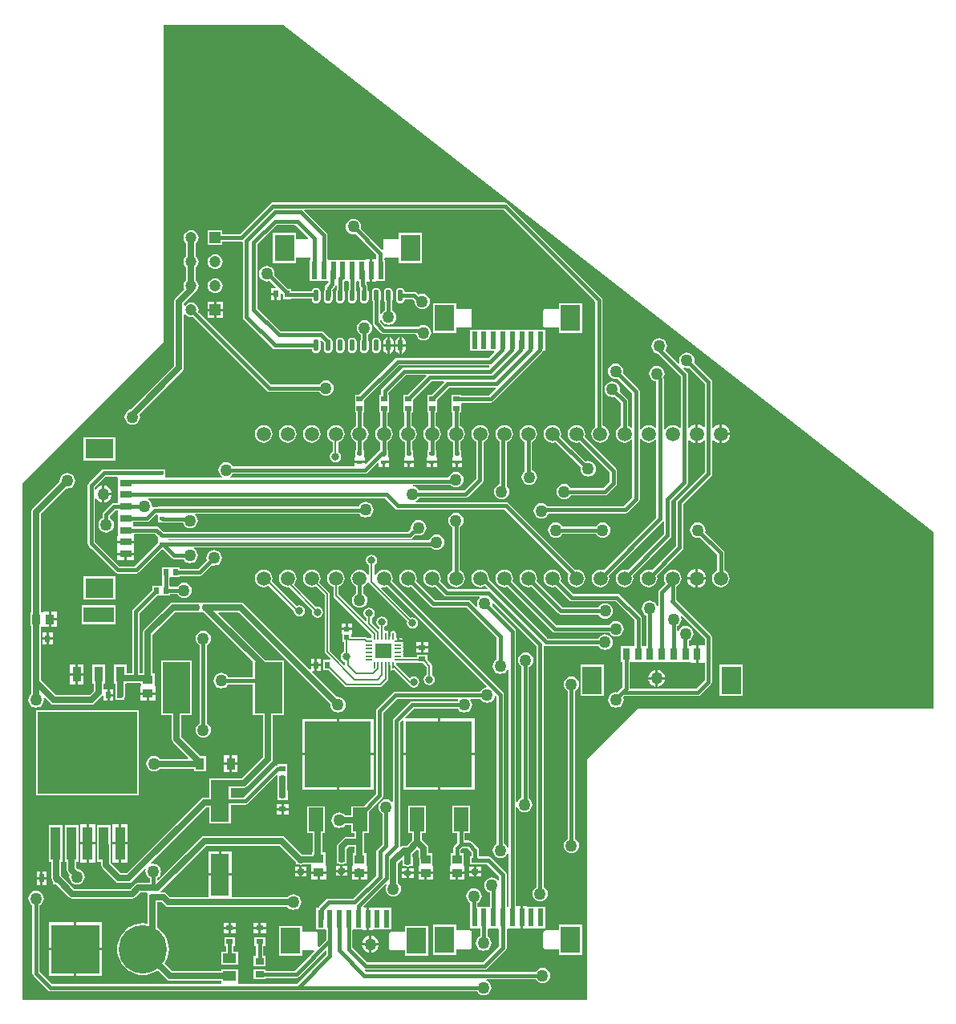
<source format=gtl>
G04*
G04 #@! TF.GenerationSoftware,Altium Limited,Altium Designer,19.1.5 (86)*
G04*
G04 Layer_Physical_Order=1*
G04 Layer_Color=255*
%FSLAX44Y44*%
%MOMM*%
G71*
G01*
G75*
%ADD10C,0.2540*%
%ADD17R,0.6200X0.6000*%
%ADD18R,0.9000X0.7000*%
%ADD19R,0.9500X1.0500*%
%ADD20R,0.5200X0.7200*%
%ADD21R,0.5500X0.4500*%
%ADD22O,0.5500X1.2500*%
%ADD23R,0.7200X0.5200*%
%ADD24R,1.0500X0.9500*%
%ADD25R,0.8000X0.6000*%
%ADD26R,0.5400X0.9400*%
%ADD27R,0.8000X0.6000*%
%ADD28R,1.4000X1.0500*%
%ADD29R,0.9100X1.2200*%
%ADD30R,0.5500X0.6500*%
%ADD31R,0.9500X1.6500*%
%ADD32R,3.2500X1.6500*%
%ADD33R,0.8000X1.3000*%
%ADD34R,2.1000X3.0000*%
%ADD35R,10.5000X8.6000*%
%ADD36R,1.1000X3.5000*%
%ADD37R,0.6500X0.5500*%
%ADD38R,0.6000X1.9000*%
%ADD39R,2.1000X2.8000*%
%ADD40R,1.9000X4.4000*%
%ADD41R,2.9000X5.4000*%
%ADD42R,1.5000X2.5000*%
%ADD43R,7.0000X7.0000*%
%ADD44R,1.7000X1.5400*%
%ADD45O,0.2000X0.7000*%
%ADD46O,0.7000X0.2000*%
%ADD47R,3.0000X2.1000*%
%ADD48R,1.3000X0.8000*%
%ADD88C,0.3810*%
%ADD89C,0.3998*%
%ADD90C,0.6424*%
%ADD91C,0.1778*%
%ADD92R,1.1620X1.1620*%
%ADD93C,1.2002*%
%ADD94C,5.1000*%
%ADD95R,5.1000X5.1000*%
%ADD96C,1.5000*%
%ADD97C,1.2700*%
%ADD98C,0.7996*%
G36*
X961210Y493420D02*
Y307340D01*
X648790D01*
X595450Y254000D01*
Y0D01*
X0D01*
Y545010D01*
X43000Y588010D01*
X148410Y693420D01*
Y1028700D01*
X275190D01*
X961210Y493420D01*
D02*
G37*
%LPC*%
G36*
X349126Y823662D02*
X347004Y823383D01*
X345027Y822564D01*
X343329Y821261D01*
X342026Y819563D01*
X341207Y817586D01*
X340928Y815464D01*
X341207Y813342D01*
X342026Y811365D01*
X343329Y809667D01*
X345027Y808364D01*
X347004Y807545D01*
X349126Y807266D01*
X351248Y807545D01*
X351496Y807648D01*
X373463Y785681D01*
Y782673D01*
X373316Y781464D01*
X369046D01*
Y769424D01*
Y757384D01*
X373316D01*
Y758146D01*
X382554D01*
Y780702D01*
X381165D01*
Y782117D01*
X382276Y783111D01*
X396998D01*
Y777146D01*
X421554D01*
Y808702D01*
X396998D01*
Y802737D01*
X382276D01*
X381582Y802599D01*
X380994Y802206D01*
X380601Y801618D01*
X380463Y800924D01*
Y791369D01*
X379193Y790843D01*
X356942Y813094D01*
X357045Y813342D01*
X357324Y815464D01*
X357045Y817586D01*
X356226Y819563D01*
X354923Y821261D01*
X353225Y822564D01*
X351248Y823383D01*
X349126Y823662D01*
D02*
G37*
G36*
X203200Y786356D02*
X201169Y786089D01*
X199277Y785305D01*
X197652Y784058D01*
X196405Y782433D01*
X195621Y780541D01*
X195354Y778510D01*
X195621Y776479D01*
X196405Y774587D01*
X197652Y772962D01*
X199277Y771715D01*
X201169Y770931D01*
X203200Y770664D01*
X205231Y770931D01*
X207123Y771715D01*
X208748Y772962D01*
X209995Y774587D01*
X210779Y776479D01*
X211046Y778510D01*
X210779Y780541D01*
X209995Y782433D01*
X208748Y784058D01*
X207123Y785305D01*
X205231Y786089D01*
X203200Y786356D01*
D02*
G37*
G36*
Y760956D02*
X201169Y760689D01*
X199277Y759905D01*
X197652Y758658D01*
X196405Y757033D01*
X195621Y755141D01*
X195354Y753110D01*
X195621Y751079D01*
X196405Y749187D01*
X197652Y747562D01*
X199277Y746315D01*
X201169Y745531D01*
X203200Y745264D01*
X205231Y745531D01*
X207123Y746315D01*
X208748Y747562D01*
X209995Y749187D01*
X210779Y751079D01*
X211046Y753110D01*
X210779Y755141D01*
X209995Y757033D01*
X208748Y758658D01*
X207123Y759905D01*
X205231Y760689D01*
X203200Y760956D01*
D02*
G37*
G36*
X265656Y743074D02*
X261786D01*
Y738204D01*
X265656D01*
Y743074D01*
D02*
G37*
G36*
X257686Y774132D02*
X255564Y773853D01*
X253587Y773034D01*
X251889Y771731D01*
X250586Y770033D01*
X249767Y768056D01*
X249488Y765934D01*
X249767Y763812D01*
X250586Y761835D01*
X251889Y760137D01*
X253587Y758834D01*
X255564Y758016D01*
X257686Y757736D01*
X259808Y758016D01*
X260515Y758309D01*
X267167Y751658D01*
X266681Y750484D01*
X261786D01*
Y745614D01*
X266926D01*
Y744344D01*
X268196D01*
Y738204D01*
X272066D01*
Y745099D01*
X273239Y745585D01*
X274548Y744276D01*
Y738966D01*
X283304D01*
Y739648D01*
X305139D01*
Y739154D01*
X305491Y737387D01*
X306491Y735890D01*
X307989Y734889D01*
X309756Y734538D01*
X311523Y734889D01*
X313020Y735890D01*
X314021Y737387D01*
X314373Y739154D01*
Y746154D01*
X314021Y747921D01*
X313020Y749419D01*
X311523Y750419D01*
X309756Y750771D01*
X307989Y750419D01*
X306491Y749419D01*
X305491Y747921D01*
X305377Y747350D01*
X283304D01*
Y749722D01*
X279994D01*
X265639Y764077D01*
X265884Y765934D01*
X265605Y768056D01*
X264786Y770033D01*
X263483Y771731D01*
X261785Y773034D01*
X259808Y773853D01*
X257686Y774132D01*
D02*
G37*
G36*
X211550Y736060D02*
X204470D01*
Y728980D01*
X211550D01*
Y736060D01*
D02*
G37*
G36*
X201930D02*
X194850D01*
Y728980D01*
X201930D01*
Y736060D01*
D02*
G37*
G36*
X398656Y750771D02*
X396889Y750419D01*
X395391Y749419D01*
X394391Y747921D01*
X394039Y746154D01*
Y739154D01*
X394391Y737387D01*
X395391Y735890D01*
X396889Y734889D01*
X398656Y734538D01*
X400423Y734889D01*
X401920Y735890D01*
X402921Y737387D01*
X403203Y738803D01*
X411636D01*
X413488Y736951D01*
X413442Y736600D01*
X413721Y734478D01*
X414540Y732501D01*
X415843Y730803D01*
X417541Y729500D01*
X419518Y728681D01*
X421640Y728402D01*
X423762Y728681D01*
X425739Y729500D01*
X427437Y730803D01*
X428740Y732501D01*
X429559Y734478D01*
X429838Y736600D01*
X429559Y738722D01*
X428740Y740699D01*
X427437Y742397D01*
X425739Y743700D01*
X423762Y744519D01*
X421640Y744798D01*
X419518Y744519D01*
X417605Y743726D01*
X415954Y745377D01*
X414705Y746212D01*
X413231Y746505D01*
X413231Y746505D01*
X403203D01*
X402921Y747921D01*
X401920Y749419D01*
X400423Y750419D01*
X398656Y750771D01*
D02*
G37*
G36*
X385956D02*
X384189Y750419D01*
X382691Y749419D01*
X381691Y747921D01*
X381339Y746154D01*
Y739154D01*
X381691Y737387D01*
X382167Y736674D01*
Y727267D01*
X381981Y727190D01*
X380283Y725887D01*
X378980Y724189D01*
X378377Y722732D01*
X377107Y722985D01*
Y736768D01*
X377521Y737387D01*
X377873Y739154D01*
Y746154D01*
X377521Y747921D01*
X376520Y749419D01*
X375023Y750419D01*
X373256Y750771D01*
X371489Y750419D01*
X369991Y749419D01*
X368991Y747921D01*
X368639Y746154D01*
Y739154D01*
X368991Y737387D01*
X369405Y736768D01*
Y713864D01*
X369405Y713864D01*
X369698Y712390D01*
X370533Y711141D01*
X378277Y703397D01*
X379526Y702562D01*
X381000Y702269D01*
X381000Y702269D01*
X414884D01*
X414991Y701458D01*
X415810Y699481D01*
X417113Y697783D01*
X418811Y696480D01*
X420788Y695661D01*
X422910Y695382D01*
X425032Y695661D01*
X427009Y696480D01*
X428707Y697783D01*
X430010Y699481D01*
X430829Y701458D01*
X431108Y703580D01*
X430829Y705702D01*
X430010Y707679D01*
X428707Y709377D01*
X427009Y710680D01*
X425032Y711499D01*
X422910Y711778D01*
X420788Y711499D01*
X418811Y710680D01*
X417887Y709971D01*
X382595D01*
X377107Y715459D01*
Y717195D01*
X378377Y717448D01*
X378980Y715991D01*
X380283Y714293D01*
X381981Y712990D01*
X383958Y712171D01*
X386080Y711892D01*
X388202Y712171D01*
X390179Y712990D01*
X391877Y714293D01*
X393180Y715991D01*
X393999Y717968D01*
X394278Y720090D01*
X393999Y722212D01*
X393180Y724189D01*
X391877Y725887D01*
X390179Y727190D01*
X389869Y727318D01*
Y736860D01*
X390221Y737387D01*
X390573Y739154D01*
Y746154D01*
X390221Y747921D01*
X389220Y749419D01*
X387723Y750419D01*
X385956Y750771D01*
D02*
G37*
G36*
X211550Y726440D02*
X204470D01*
Y719360D01*
X211550D01*
Y726440D01*
D02*
G37*
G36*
X201930D02*
X194850D01*
Y719360D01*
X201930D01*
Y726440D01*
D02*
G37*
G36*
X532032Y706918D02*
X531588D01*
Y706918D01*
X522858D01*
X522032Y706918D01*
Y706918D01*
X521588D01*
Y706918D01*
X512858D01*
X512032Y706918D01*
Y706918D01*
X511588D01*
Y706918D01*
X502858D01*
X502032Y706918D01*
Y706918D01*
X501588D01*
Y706918D01*
X492032Y706918D01*
X490762Y706918D01*
X482858D01*
X482032Y706918D01*
X480762Y706918D01*
X472032D01*
Y684362D01*
X480762D01*
X481588Y684362D01*
X482858Y684362D01*
X490762D01*
X491588Y684362D01*
X492858Y684362D01*
X497346D01*
X497832Y683189D01*
X491594Y676951D01*
X395643D01*
X394169Y676658D01*
X392920Y675823D01*
X392920Y675823D01*
X355275Y638178D01*
X350665D01*
Y629448D01*
X350665Y629122D01*
Y628178D01*
X350665Y627852D01*
Y619122D01*
X351842D01*
Y605347D01*
X351014Y605004D01*
X349076Y603517D01*
X347588Y601579D01*
X346654Y599322D01*
X346335Y596900D01*
X346654Y594478D01*
X347588Y592221D01*
X349076Y590283D01*
X351014Y588796D01*
X351795Y588472D01*
Y580028D01*
X351072D01*
Y572744D01*
X350310Y571790D01*
X350310Y571018D01*
Y568270D01*
X355600D01*
X360890D01*
X360890Y571790D01*
X360128Y572744D01*
Y580028D01*
X359497D01*
Y588434D01*
X360372Y588796D01*
X362310Y590283D01*
X363797Y592221D01*
X364732Y594478D01*
X365051Y596900D01*
X364732Y599322D01*
X363797Y601579D01*
X362310Y603517D01*
X360372Y605004D01*
X359544Y605347D01*
Y619122D01*
X360721D01*
Y627852D01*
X360721Y628178D01*
Y629122D01*
X360721Y629448D01*
Y632732D01*
X397238Y669249D01*
X492096D01*
X492622Y667979D01*
X491434Y666791D01*
X402590D01*
X402590Y666791D01*
X401116Y666498D01*
X399867Y665663D01*
X379324Y645120D01*
X378489Y643871D01*
X378196Y642397D01*
X378196Y642397D01*
Y638178D01*
X376265D01*
Y629448D01*
X376265Y629122D01*
Y628178D01*
X376265Y627852D01*
Y619122D01*
X377442D01*
Y605347D01*
X376614Y605004D01*
X374675Y603517D01*
X373188Y601579D01*
X372253Y599322D01*
X371935Y596900D01*
X372253Y594478D01*
X373188Y592221D01*
X374675Y590283D01*
X376614Y588796D01*
X377295Y588513D01*
Y580028D01*
X376472D01*
Y579050D01*
X375607Y578472D01*
X375607Y578472D01*
X362063Y564929D01*
X360890Y565415D01*
Y565730D01*
X355600D01*
X350310D01*
Y562651D01*
X221833D01*
X221730Y562899D01*
X220427Y564597D01*
X218729Y565900D01*
X216752Y566719D01*
X214630Y566998D01*
X212508Y566719D01*
X210531Y565900D01*
X208833Y564597D01*
X207530Y562899D01*
X206711Y560922D01*
X206432Y558800D01*
X206711Y556678D01*
X207530Y554701D01*
X208833Y553003D01*
X210400Y551801D01*
X210386Y551355D01*
X210041Y550531D01*
X150938D01*
X150578Y551652D01*
X150578Y551978D01*
Y559708D01*
X141522D01*
Y559531D01*
X85780D01*
X84306Y559238D01*
X83057Y558403D01*
X83057Y558403D01*
X69667Y545013D01*
X68832Y543764D01*
X68539Y542290D01*
X68539Y542290D01*
Y481132D01*
X68539Y481132D01*
X68832Y479658D01*
X69667Y478409D01*
X72009Y476067D01*
X72009Y476067D01*
X72606Y475668D01*
X97607Y450667D01*
X97607Y450667D01*
X98856Y449832D01*
X100330Y449539D01*
X100330Y449539D01*
X119570D01*
X119570Y449539D01*
X121044Y449832D01*
X122293Y450667D01*
X147320Y475694D01*
X157107Y465907D01*
X157107Y465907D01*
X158356Y465072D01*
X159830Y464779D01*
X169328D01*
X169430Y464531D01*
X170733Y462833D01*
X172431Y461530D01*
X174408Y460711D01*
X176530Y460432D01*
X178652Y460711D01*
X180629Y461530D01*
X182327Y462833D01*
X183630Y464531D01*
X184449Y466508D01*
X184728Y468630D01*
X184449Y470752D01*
X183630Y472729D01*
X182327Y474427D01*
X180904Y475519D01*
X181195Y476728D01*
X181229Y476789D01*
X431101D01*
X432781Y475500D01*
X434758Y474681D01*
X436880Y474402D01*
X439002Y474681D01*
X440979Y475500D01*
X442677Y476803D01*
X443980Y478501D01*
X444799Y480478D01*
X445078Y482600D01*
X444799Y484722D01*
X443980Y486699D01*
X442677Y488397D01*
X440979Y489700D01*
X439002Y490519D01*
X436880Y490798D01*
X434758Y490519D01*
X432781Y489700D01*
X431083Y488397D01*
X429780Y486699D01*
X428961Y484722D01*
X428931Y484491D01*
X153674D01*
X153308Y485140D01*
X153674Y485789D01*
X408569D01*
X408569Y485789D01*
X410043Y486082D01*
X411292Y486917D01*
X414710Y490335D01*
X415708Y489921D01*
X417830Y489642D01*
X419952Y489921D01*
X421929Y490740D01*
X423627Y492043D01*
X424930Y493741D01*
X425749Y495718D01*
X426028Y497840D01*
X425749Y499962D01*
X424930Y501939D01*
X423627Y503637D01*
X421929Y504940D01*
X419952Y505759D01*
X417830Y506038D01*
X415708Y505759D01*
X413731Y504940D01*
X412033Y503637D01*
X410730Y501939D01*
X409911Y499962D01*
X409632Y497840D01*
X409829Y496346D01*
X406974Y493491D01*
X151848D01*
Y493668D01*
X148238D01*
X143873Y498033D01*
X142624Y498868D01*
X141150Y499161D01*
X141150Y499161D01*
X116911D01*
Y500762D01*
X116911Y501088D01*
Y502032D01*
X116911Y502358D01*
Y503959D01*
X130779D01*
X130779Y503959D01*
X132253Y504252D01*
X133503Y505087D01*
X140624Y512208D01*
X141882D01*
X142792Y511338D01*
Y503282D01*
X147199D01*
X147571Y503208D01*
X147571Y503208D01*
X168665D01*
X169430Y501361D01*
X170733Y499663D01*
X172431Y498360D01*
X174408Y497541D01*
X176530Y497262D01*
X178652Y497541D01*
X180629Y498360D01*
X182327Y499663D01*
X183630Y501361D01*
X184449Y503338D01*
X184728Y505460D01*
X184449Y507582D01*
X183630Y509559D01*
X182327Y511257D01*
X182088Y511440D01*
X182519Y512710D01*
X354912D01*
X356153Y511093D01*
X357851Y509790D01*
X359828Y508971D01*
X361950Y508692D01*
X364072Y508971D01*
X366049Y509790D01*
X367747Y511093D01*
X369050Y512791D01*
X369869Y514768D01*
X370148Y516890D01*
X369869Y519012D01*
X369050Y520989D01*
X367747Y522687D01*
X366049Y523990D01*
X364072Y524809D01*
X361950Y525088D01*
X359828Y524809D01*
X357851Y523990D01*
X356153Y522687D01*
X354850Y520989D01*
X354611Y520412D01*
X147571D01*
X147571Y520412D01*
X147199Y520338D01*
X142792D01*
Y519910D01*
X139028D01*
X137555Y519617D01*
X136427Y520391D01*
X136468Y520700D01*
X136189Y522822D01*
X135370Y524799D01*
X134067Y526497D01*
X132513Y527689D01*
X132538Y528192D01*
X132869Y528959D01*
X382535D01*
X393376Y518118D01*
X393376Y518118D01*
X394625Y517283D01*
X396099Y516990D01*
X396099Y516990D01*
X508804D01*
X576487Y449307D01*
X576388Y449179D01*
X575453Y446922D01*
X575135Y444500D01*
X575453Y442078D01*
X576388Y439821D01*
X577876Y437883D01*
X579814Y436396D01*
X582071Y435461D01*
X584493Y435142D01*
X586915Y435461D01*
X589172Y436396D01*
X591110Y437883D01*
X592597Y439821D01*
X593532Y442078D01*
X593851Y444500D01*
X593532Y446922D01*
X592597Y449179D01*
X591110Y451117D01*
X589172Y452604D01*
X586915Y453539D01*
X584493Y453858D01*
X583022Y453665D01*
X513122Y523564D01*
X511873Y524399D01*
X510399Y524692D01*
X510399Y524692D01*
X415015D01*
X414763Y525962D01*
X415579Y526300D01*
X417277Y527603D01*
X418580Y529301D01*
X418683Y529549D01*
X467360D01*
X467360Y529549D01*
X468834Y529842D01*
X470083Y530677D01*
X485323Y545917D01*
X485323Y545917D01*
X486158Y547166D01*
X486451Y548640D01*
X486451Y548640D01*
Y588332D01*
X487572Y588796D01*
X489510Y590283D01*
X490997Y592221D01*
X491932Y594478D01*
X492251Y596900D01*
X491932Y599322D01*
X490997Y601579D01*
X489510Y603517D01*
X487572Y605004D01*
X485315Y605939D01*
X482893Y606258D01*
X480471Y605939D01*
X478214Y605004D01*
X476275Y603517D01*
X474788Y601579D01*
X473853Y599322D01*
X473535Y596900D01*
X473853Y594478D01*
X474788Y592221D01*
X476275Y590283D01*
X478214Y588796D01*
X478749Y588574D01*
Y550235D01*
X465765Y537251D01*
X418683D01*
X418580Y537499D01*
X417277Y539197D01*
X415579Y540500D01*
X413602Y541319D01*
X412678Y541441D01*
X412348Y542125D01*
X412301Y542771D01*
X412373Y542829D01*
X451421D01*
X453101Y541540D01*
X455078Y540721D01*
X457200Y540442D01*
X459322Y540721D01*
X461299Y541540D01*
X462997Y542843D01*
X464300Y544541D01*
X465119Y546518D01*
X465398Y548640D01*
X465119Y550762D01*
X464300Y552739D01*
X462997Y554437D01*
X461299Y555740D01*
X459322Y556559D01*
X457200Y556838D01*
X455078Y556559D01*
X453101Y555740D01*
X451403Y554437D01*
X450100Y552739D01*
X449281Y550762D01*
X449251Y550531D01*
X219219D01*
X218874Y551355D01*
X218860Y551801D01*
X220427Y553003D01*
X221730Y554701D01*
X221833Y554949D01*
X361381D01*
X361381Y554949D01*
X362855Y555242D01*
X364104Y556077D01*
X374537Y566510D01*
X375710Y566024D01*
Y562210D01*
X379730D01*
Y567000D01*
X381000D01*
Y568270D01*
X386290D01*
Y571790D01*
X385528Y571972D01*
Y580028D01*
X384997D01*
Y588392D01*
X385972Y588796D01*
X387910Y590283D01*
X389397Y592221D01*
X390332Y594478D01*
X390651Y596900D01*
X390332Y599322D01*
X389397Y601579D01*
X387910Y603517D01*
X385972Y605004D01*
X385144Y605347D01*
Y619122D01*
X386321D01*
Y627852D01*
X386321Y628178D01*
Y629122D01*
X386321Y629448D01*
Y638178D01*
X385898D01*
Y640802D01*
X404185Y659089D01*
X425526D01*
X426012Y657916D01*
X406274Y638178D01*
X401665D01*
Y629448D01*
X401665Y629122D01*
Y628178D01*
X401665Y627852D01*
Y619122D01*
X402842D01*
Y605347D01*
X402014Y605004D01*
X400075Y603517D01*
X398588Y601579D01*
X397654Y599322D01*
X397335Y596900D01*
X397654Y594478D01*
X398588Y592221D01*
X400075Y590283D01*
X402014Y588796D01*
X403330Y588250D01*
Y580028D01*
X403142D01*
Y572744D01*
X402380Y571790D01*
X402380Y571018D01*
Y568270D01*
X407670D01*
X412960D01*
Y571790D01*
X412198Y572744D01*
Y580028D01*
X411032D01*
Y588655D01*
X411372Y588796D01*
X413310Y590283D01*
X414797Y592221D01*
X415732Y594478D01*
X416051Y596900D01*
X415732Y599322D01*
X414797Y601579D01*
X413310Y603517D01*
X411372Y605004D01*
X410544Y605347D01*
Y619122D01*
X411721D01*
Y627852D01*
X411721Y628178D01*
Y629122D01*
X411721Y629448D01*
Y632732D01*
X431540Y652551D01*
X444388D01*
X444874Y651378D01*
X431674Y638178D01*
X427065D01*
Y629448D01*
X427065Y629122D01*
Y628178D01*
X427065Y627852D01*
Y619122D01*
X428242D01*
Y605347D01*
X427414Y605004D01*
X425476Y603517D01*
X423988Y601579D01*
X423054Y599322D01*
X422735Y596900D01*
X423054Y594478D01*
X423988Y592221D01*
X425476Y590283D01*
X427414Y588796D01*
X428095Y588513D01*
Y580028D01*
X427272D01*
Y572744D01*
X426510Y571790D01*
X426510Y571018D01*
Y568270D01*
X431800D01*
X437090D01*
Y571790D01*
X436328Y572744D01*
Y580028D01*
X435797D01*
Y588392D01*
X436772Y588796D01*
X438710Y590283D01*
X440197Y592221D01*
X441132Y594478D01*
X441451Y596900D01*
X441132Y599322D01*
X440197Y601579D01*
X438710Y603517D01*
X436772Y605004D01*
X435944Y605347D01*
Y619122D01*
X437121D01*
Y627852D01*
X437121Y628178D01*
Y629122D01*
X437121Y629448D01*
Y632732D01*
X450402Y646013D01*
X498860D01*
X499386Y644743D01*
X492144Y637501D01*
X462521D01*
Y638178D01*
X452465D01*
Y629448D01*
X452465Y629122D01*
Y628178D01*
X452465Y627852D01*
Y619122D01*
X453642D01*
Y605347D01*
X452814Y605004D01*
X450876Y603517D01*
X449388Y601579D01*
X448453Y599322D01*
X448135Y596900D01*
X448453Y594478D01*
X449388Y592221D01*
X450876Y590283D01*
X452814Y588796D01*
X454130Y588250D01*
Y580028D01*
X453942D01*
Y572744D01*
X453180Y571790D01*
X453180Y571018D01*
Y568270D01*
X458470D01*
X463760D01*
Y571790D01*
X462998Y572744D01*
Y580028D01*
X461832D01*
Y588655D01*
X462172Y588796D01*
X464110Y590283D01*
X465597Y592221D01*
X466532Y594478D01*
X466851Y596900D01*
X466532Y599322D01*
X465597Y601579D01*
X464110Y603517D01*
X462172Y605004D01*
X461344Y605347D01*
Y619122D01*
X462521D01*
Y627852D01*
X462521Y628178D01*
Y629122D01*
X463645Y629799D01*
X493739D01*
X493739Y629799D01*
X495213Y630092D01*
X496462Y630927D01*
X548532Y682997D01*
X548532Y682997D01*
X549367Y684246D01*
X549390Y684362D01*
X551588D01*
Y706918D01*
X542858D01*
X542032Y706918D01*
Y706918D01*
X541588D01*
Y706918D01*
X532858D01*
X532032Y706918D01*
Y706918D01*
D02*
G37*
G36*
X590588Y734918D02*
X566032D01*
Y728953D01*
X551310D01*
X550616Y728815D01*
X550028Y728422D01*
X549635Y727834D01*
X549497Y727140D01*
Y711140D01*
X549635Y710446D01*
X550028Y709858D01*
X550616Y709465D01*
X551310Y709327D01*
X566032D01*
Y703362D01*
X590588D01*
Y734918D01*
D02*
G37*
G36*
X457588D02*
X433032D01*
Y703362D01*
X457588D01*
Y709327D01*
X472310D01*
X473003Y709465D01*
X473592Y709858D01*
X473984Y710446D01*
X474123Y711140D01*
Y727140D01*
X473984Y727834D01*
X473592Y728422D01*
X473003Y728815D01*
X472310Y728953D01*
X457588D01*
Y734918D01*
D02*
G37*
G36*
X387226Y698795D02*
Y691424D01*
X391349D01*
Y693654D01*
X390939Y695718D01*
X389770Y697468D01*
X388020Y698637D01*
X387226Y698795D01*
D02*
G37*
G36*
X399926D02*
Y691424D01*
X404049D01*
Y693654D01*
X403639Y695718D01*
X402470Y697468D01*
X400720Y698637D01*
X399926Y698795D01*
D02*
G37*
G36*
X384686D02*
X383892Y698637D01*
X382142Y697468D01*
X380973Y695718D01*
X380562Y693654D01*
Y691424D01*
X384686D01*
Y698795D01*
D02*
G37*
G36*
X397386D02*
X396592Y698637D01*
X394842Y697468D01*
X393673Y695718D01*
X393262Y693654D01*
Y691424D01*
X397386D01*
Y698795D01*
D02*
G37*
G36*
X373256Y698271D02*
X371489Y697919D01*
X369991Y696919D01*
X368991Y695421D01*
X368639Y693654D01*
Y686654D01*
X368991Y684887D01*
X369991Y683390D01*
X371489Y682389D01*
X373256Y682038D01*
X375023Y682389D01*
X376520Y683390D01*
X377521Y684887D01*
X377873Y686654D01*
Y693654D01*
X377521Y695421D01*
X376520Y696919D01*
X375023Y697919D01*
X373256Y698271D01*
D02*
G37*
G36*
X360680Y716858D02*
X358558Y716579D01*
X356581Y715760D01*
X354883Y714457D01*
X353580Y712759D01*
X352761Y710782D01*
X352482Y708660D01*
X352761Y706538D01*
X353580Y704561D01*
X354883Y702863D01*
X356581Y701560D01*
X356767Y701483D01*
Y696134D01*
X356291Y695421D01*
X355939Y693654D01*
Y686654D01*
X356291Y684887D01*
X357291Y683390D01*
X358789Y682389D01*
X360556Y682038D01*
X362323Y682389D01*
X363820Y683390D01*
X364821Y684887D01*
X365173Y686654D01*
Y693654D01*
X364821Y695421D01*
X364469Y695948D01*
Y701432D01*
X364779Y701560D01*
X366477Y702863D01*
X367780Y704561D01*
X368599Y706538D01*
X368878Y708660D01*
X368599Y710782D01*
X367780Y712759D01*
X366477Y714457D01*
X364779Y715760D01*
X362802Y716579D01*
X360680Y716858D01*
D02*
G37*
G36*
X347856Y698271D02*
X346089Y697919D01*
X344591Y696919D01*
X343591Y695421D01*
X343239Y693654D01*
Y686654D01*
X343591Y684887D01*
X344591Y683390D01*
X346089Y682389D01*
X347856Y682038D01*
X349623Y682389D01*
X351120Y683390D01*
X352121Y684887D01*
X352473Y686654D01*
Y693654D01*
X352121Y695421D01*
X351120Y696919D01*
X349623Y697919D01*
X347856Y698271D01*
D02*
G37*
G36*
X335156D02*
X333389Y697919D01*
X331891Y696919D01*
X330891Y695421D01*
X330539Y693654D01*
Y686654D01*
X330891Y684887D01*
X331891Y683390D01*
X333389Y682389D01*
X335156Y682038D01*
X336923Y682389D01*
X338420Y683390D01*
X339421Y684887D01*
X339773Y686654D01*
Y693654D01*
X339421Y695421D01*
X338420Y696919D01*
X336923Y697919D01*
X335156Y698271D01*
D02*
G37*
G36*
X404049Y688884D02*
X399926D01*
Y681513D01*
X400720Y681671D01*
X402470Y682840D01*
X403639Y684590D01*
X404049Y686654D01*
Y688884D01*
D02*
G37*
G36*
X391349D02*
X387226D01*
Y681513D01*
X388020Y681671D01*
X389770Y682840D01*
X390939Y684590D01*
X391349Y686654D01*
Y688884D01*
D02*
G37*
G36*
X397386D02*
X393262D01*
Y686654D01*
X393673Y684590D01*
X394842Y682840D01*
X396592Y681671D01*
X397386Y681513D01*
Y688884D01*
D02*
G37*
G36*
X384686D02*
X380562D01*
Y686654D01*
X380973Y684590D01*
X382142Y682840D01*
X383892Y681671D01*
X384686Y681513D01*
Y688884D01*
D02*
G37*
G36*
X177800Y811756D02*
X175769Y811489D01*
X173877Y810705D01*
X172252Y809458D01*
X171005Y807833D01*
X170222Y805941D01*
X169954Y803910D01*
X170222Y801879D01*
X171005Y799987D01*
X172252Y798362D01*
X172712Y798009D01*
Y784411D01*
X172252Y784058D01*
X171005Y782433D01*
X170222Y780541D01*
X169954Y778510D01*
X170222Y776479D01*
X171005Y774587D01*
X172252Y772962D01*
X172712Y772609D01*
Y759011D01*
X172252Y758658D01*
X171005Y757033D01*
X170222Y755141D01*
X169954Y753110D01*
X170222Y751079D01*
X170855Y749550D01*
X161502Y740198D01*
X160400Y738547D01*
X160012Y736600D01*
Y668857D01*
X113800Y622645D01*
X113448Y622599D01*
X111471Y621780D01*
X109773Y620477D01*
X108470Y618779D01*
X107651Y616802D01*
X107372Y614680D01*
X107651Y612558D01*
X108470Y610581D01*
X109773Y608883D01*
X111471Y607580D01*
X113448Y606761D01*
X115570Y606482D01*
X117692Y606761D01*
X119669Y607580D01*
X121367Y608883D01*
X122670Y610581D01*
X123489Y612558D01*
X123768Y614680D01*
X123489Y616802D01*
X123154Y617609D01*
X168698Y663152D01*
X169800Y664803D01*
X170188Y666750D01*
Y722766D01*
X171458Y723198D01*
X172252Y722162D01*
X173877Y720915D01*
X175769Y720132D01*
X177800Y719864D01*
X179831Y720132D01*
X179903Y720161D01*
X257627Y642437D01*
X257627Y642437D01*
X258876Y641602D01*
X260350Y641309D01*
X312837D01*
X312940Y641061D01*
X314243Y639363D01*
X315941Y638060D01*
X317918Y637241D01*
X320040Y636962D01*
X322162Y637241D01*
X324139Y638060D01*
X325837Y639363D01*
X327140Y641061D01*
X327959Y643038D01*
X328238Y645160D01*
X327959Y647282D01*
X327140Y649259D01*
X325837Y650957D01*
X324139Y652260D01*
X322162Y653079D01*
X320040Y653358D01*
X317918Y653079D01*
X315941Y652260D01*
X314243Y650957D01*
X312940Y649259D01*
X312837Y649011D01*
X261945D01*
X185349Y725608D01*
X185379Y725679D01*
X185646Y727710D01*
X185379Y729741D01*
X184595Y731633D01*
X183348Y733258D01*
X181723Y734505D01*
X179831Y735289D01*
X177800Y735556D01*
X175769Y735289D01*
X173877Y734505D01*
X172252Y733258D01*
X171458Y732223D01*
X170188Y732654D01*
Y734493D01*
X181398Y745703D01*
X181896Y746448D01*
X183348Y747562D01*
X184595Y749187D01*
X185379Y751079D01*
X185646Y753110D01*
X185379Y755141D01*
X184595Y757033D01*
X183348Y758658D01*
X182888Y759011D01*
Y772609D01*
X183348Y772962D01*
X184595Y774587D01*
X185379Y776479D01*
X185646Y778510D01*
X185379Y780541D01*
X184595Y782433D01*
X183348Y784058D01*
X182888Y784411D01*
Y798009D01*
X183348Y798362D01*
X184595Y799987D01*
X185379Y801879D01*
X185646Y803910D01*
X185379Y805941D01*
X184595Y807833D01*
X183348Y809458D01*
X181723Y810705D01*
X179831Y811489D01*
X177800Y811756D01*
D02*
G37*
G36*
X671830Y697808D02*
X669708Y697529D01*
X667731Y696710D01*
X666033Y695407D01*
X664730Y693709D01*
X663911Y691732D01*
X663632Y689610D01*
X663911Y687488D01*
X664730Y685511D01*
X666033Y683813D01*
X667731Y682510D01*
X669708Y681691D01*
X670611Y681572D01*
X694649Y657535D01*
Y603076D01*
X693379Y602645D01*
X692710Y603517D01*
X690772Y605004D01*
X688515Y605939D01*
X686093Y606258D01*
X683671Y605939D01*
X681414Y605004D01*
X679475Y603517D01*
X677988Y601579D01*
X677853Y601251D01*
X676583Y601504D01*
Y654604D01*
X676290Y656077D01*
X676256Y656127D01*
X676390Y656301D01*
X677209Y658278D01*
X677488Y660400D01*
X677209Y662522D01*
X676390Y664499D01*
X675087Y666197D01*
X673389Y667500D01*
X671412Y668319D01*
X669290Y668598D01*
X667168Y668319D01*
X665191Y667500D01*
X663493Y666197D01*
X662190Y664499D01*
X661371Y662522D01*
X661092Y660400D01*
X661371Y658278D01*
X662190Y656301D01*
X663493Y654603D01*
X665191Y653300D01*
X667168Y652481D01*
X668881Y652256D01*
Y603556D01*
X667611Y603125D01*
X667310Y603517D01*
X665372Y605004D01*
X663115Y605939D01*
X660693Y606258D01*
X658271Y605939D01*
X656014Y605004D01*
X654075Y603517D01*
X652588Y601579D01*
X652453Y601251D01*
X651183Y601504D01*
Y641400D01*
X650890Y642874D01*
X650055Y644123D01*
X650055Y644123D01*
X633607Y660570D01*
X633710Y660818D01*
X633990Y662940D01*
X633710Y665062D01*
X632891Y667039D01*
X631588Y668737D01*
X629891Y670040D01*
X627913Y670859D01*
X625792Y671138D01*
X623670Y670859D01*
X621692Y670040D01*
X619995Y668737D01*
X618692Y667039D01*
X617873Y665062D01*
X617593Y662940D01*
X617873Y660818D01*
X618692Y658841D01*
X619995Y657143D01*
X621692Y655840D01*
X623670Y655021D01*
X625792Y654742D01*
X627913Y655021D01*
X628161Y655124D01*
X643481Y639805D01*
Y603556D01*
X642211Y603125D01*
X641910Y603517D01*
X639972Y605004D01*
X639144Y605347D01*
Y630897D01*
X638851Y632371D01*
X638016Y633620D01*
X638016Y633620D01*
X630116Y641520D01*
X630219Y641768D01*
X630498Y643890D01*
X630219Y646012D01*
X629400Y647989D01*
X628097Y649687D01*
X626399Y650990D01*
X624422Y651809D01*
X622300Y652088D01*
X620178Y651809D01*
X618201Y650990D01*
X616503Y649687D01*
X615200Y647989D01*
X614381Y646012D01*
X614102Y643890D01*
X614381Y641768D01*
X615200Y639791D01*
X616503Y638093D01*
X618201Y636790D01*
X620178Y635971D01*
X622300Y635692D01*
X624422Y635971D01*
X624670Y636074D01*
X631442Y629302D01*
Y605347D01*
X630614Y605004D01*
X628675Y603517D01*
X627188Y601579D01*
X626254Y599322D01*
X625935Y596900D01*
X626254Y594478D01*
X627188Y592221D01*
X628675Y590283D01*
X630614Y588796D01*
X632871Y587861D01*
X635293Y587542D01*
X637715Y587861D01*
X639972Y588796D01*
X641910Y590283D01*
X642211Y590675D01*
X643481Y590244D01*
Y529547D01*
X634675Y520741D01*
X553686D01*
X553167Y521417D01*
X551469Y522720D01*
X549492Y523539D01*
X547370Y523818D01*
X545248Y523539D01*
X543271Y522720D01*
X541573Y521417D01*
X540270Y519719D01*
X539451Y517742D01*
X539172Y515620D01*
X539451Y513498D01*
X540270Y511521D01*
X541573Y509823D01*
X543271Y508520D01*
X545248Y507701D01*
X547370Y507422D01*
X549492Y507701D01*
X551469Y508520D01*
X553167Y509823D01*
X554470Y511521D01*
X555099Y513039D01*
X636270D01*
X636270Y513039D01*
X637744Y513332D01*
X638993Y514167D01*
X650055Y525229D01*
X650055Y525229D01*
X650890Y526478D01*
X651183Y527952D01*
Y592296D01*
X652453Y592549D01*
X652588Y592221D01*
X654075Y590283D01*
X656014Y588796D01*
X658271Y587861D01*
X660693Y587542D01*
X663115Y587861D01*
X665372Y588796D01*
X667310Y590283D01*
X667611Y590675D01*
X668881Y590244D01*
Y508934D01*
X613143Y453196D01*
X612315Y453539D01*
X609893Y453858D01*
X607471Y453539D01*
X605214Y452604D01*
X603275Y451117D01*
X601788Y449179D01*
X600854Y446922D01*
X600535Y444500D01*
X600854Y442078D01*
X601788Y439821D01*
X603275Y437883D01*
X605214Y436396D01*
X607471Y435461D01*
X609893Y435142D01*
X612315Y435461D01*
X614572Y436396D01*
X616510Y437883D01*
X617997Y439821D01*
X618932Y442078D01*
X619251Y444500D01*
X618932Y446922D01*
X618589Y447750D01*
X675455Y504616D01*
X675455Y504616D01*
X675599Y504832D01*
X676869Y504447D01*
Y491523D01*
X638543Y453196D01*
X637715Y453539D01*
X635293Y453858D01*
X632871Y453539D01*
X630614Y452604D01*
X628675Y451117D01*
X627188Y449179D01*
X626254Y446922D01*
X625935Y444500D01*
X626254Y442078D01*
X627188Y439821D01*
X628675Y437883D01*
X630614Y436396D01*
X632871Y435461D01*
X635293Y435142D01*
X637715Y435461D01*
X639972Y436396D01*
X641910Y437883D01*
X643397Y439821D01*
X644332Y442078D01*
X644651Y444500D01*
X644332Y446922D01*
X643989Y447750D01*
X683443Y487204D01*
X683443Y487204D01*
X684278Y488454D01*
X684571Y489927D01*
X684571Y489928D01*
Y526725D01*
X701223Y543377D01*
X701223Y543377D01*
X702058Y544626D01*
X702351Y546100D01*
Y590235D01*
X703621Y590666D01*
X704332Y589739D01*
X706429Y588130D01*
X708872Y587118D01*
X710223Y586941D01*
Y596900D01*
Y606860D01*
X708872Y606682D01*
X706429Y605670D01*
X704332Y604061D01*
X703621Y603134D01*
X702351Y603565D01*
Y659130D01*
X702058Y660604D01*
X701223Y661853D01*
X701223Y661853D01*
X697350Y665726D01*
X698069Y666803D01*
X698918Y666451D01*
X701040Y666172D01*
X703162Y666451D01*
X703410Y666554D01*
X720049Y649915D01*
Y604217D01*
X718847Y603809D01*
X718653Y604061D01*
X716556Y605670D01*
X714114Y606682D01*
X712763Y606860D01*
Y596900D01*
Y586941D01*
X714114Y587118D01*
X716556Y588130D01*
X718653Y589739D01*
X718847Y589991D01*
X720049Y589583D01*
Y556585D01*
X690626Y527162D01*
X689791Y525913D01*
X689498Y524439D01*
X689498Y524439D01*
Y478751D01*
X663943Y453196D01*
X663115Y453539D01*
X660693Y453858D01*
X658271Y453539D01*
X656014Y452604D01*
X654075Y451117D01*
X652588Y449179D01*
X651654Y446922D01*
X651335Y444500D01*
X651654Y442078D01*
X652588Y439821D01*
X654075Y437883D01*
X656014Y436396D01*
X658271Y435461D01*
X660693Y435142D01*
X663115Y435461D01*
X665372Y436396D01*
X667310Y437883D01*
X668797Y439821D01*
X669732Y442078D01*
X670051Y444500D01*
X669732Y446922D01*
X669389Y447750D01*
X696072Y474433D01*
X696907Y475683D01*
X697200Y477156D01*
X697200Y477156D01*
Y522844D01*
X726623Y552267D01*
X727458Y553516D01*
X727751Y554990D01*
X727751Y554990D01*
Y590235D01*
X729021Y590666D01*
X729732Y589739D01*
X731829Y588130D01*
X734272Y587118D01*
X735623Y586941D01*
Y596900D01*
Y606860D01*
X734272Y606682D01*
X731829Y605670D01*
X729732Y604061D01*
X729021Y603134D01*
X727751Y603565D01*
Y651510D01*
X727458Y652984D01*
X726623Y654233D01*
X726623Y654233D01*
X708856Y672000D01*
X708959Y672248D01*
X709238Y674370D01*
X708959Y676492D01*
X708140Y678469D01*
X706837Y680167D01*
X705139Y681470D01*
X703162Y682289D01*
X701040Y682568D01*
X698918Y682289D01*
X696941Y681470D01*
X695243Y680167D01*
X693940Y678469D01*
X693121Y676492D01*
X692842Y674370D01*
X693121Y672248D01*
X693473Y671399D01*
X692396Y670680D01*
X678337Y684739D01*
X678930Y685511D01*
X679749Y687488D01*
X680028Y689610D01*
X679749Y691732D01*
X678930Y693709D01*
X677627Y695407D01*
X675929Y696710D01*
X673952Y697529D01*
X671830Y697808D01*
D02*
G37*
G36*
X738163Y606860D02*
Y598170D01*
X746852D01*
X746674Y599521D01*
X745663Y601963D01*
X744053Y604061D01*
X741956Y605670D01*
X739514Y606682D01*
X738163Y606860D01*
D02*
G37*
G36*
X508958Y841093D02*
X508958Y841093D01*
X263868D01*
X262394Y840800D01*
X261145Y839965D01*
X261145Y839965D01*
X228941Y807761D01*
X210788D01*
Y811498D01*
X195612D01*
Y796322D01*
X210788D01*
Y800059D01*
X230536D01*
X230536Y800059D01*
X230975Y800146D01*
X232245Y799104D01*
Y720214D01*
X232245Y720214D01*
X232538Y718740D01*
X233373Y717491D01*
X263433Y687431D01*
X263433Y687431D01*
X264682Y686596D01*
X266156Y686303D01*
X305209D01*
X305491Y684887D01*
X306491Y683390D01*
X307989Y682389D01*
X309756Y682038D01*
X311523Y682389D01*
X313020Y683390D01*
X314021Y684887D01*
X314373Y686654D01*
Y693654D01*
X314164Y694704D01*
X315334Y695330D01*
X317839Y692825D01*
Y686654D01*
X318191Y684887D01*
X319191Y683390D01*
X320689Y682389D01*
X322456Y682038D01*
X324223Y682389D01*
X325720Y683390D01*
X326721Y684887D01*
X327073Y686654D01*
Y693654D01*
X326721Y695421D01*
X325720Y696919D01*
X324223Y697919D01*
X323491Y698065D01*
X317669Y703887D01*
X316420Y704722D01*
X314946Y705015D01*
X314946Y705015D01*
X271981D01*
X247567Y729429D01*
Y797003D01*
X267714Y817150D01*
X286447D01*
X286692Y816986D01*
X288166Y816693D01*
X288166Y816693D01*
X288480D01*
X301263Y803910D01*
X300777Y802737D01*
X288554D01*
Y808702D01*
X263998D01*
Y777146D01*
X288554D01*
Y783111D01*
X303276D01*
X303964Y782547D01*
Y780702D01*
X302998D01*
Y758146D01*
X312554D01*
Y758146D01*
X312998D01*
Y758146D01*
X322554Y758146D01*
X322924Y757029D01*
Y756608D01*
X320020Y753705D01*
X319186Y752455D01*
X318892Y750982D01*
X318892Y750982D01*
Y748971D01*
X318191Y747921D01*
X317839Y746154D01*
Y739154D01*
X318191Y737387D01*
X319191Y735890D01*
X320689Y734889D01*
X322456Y734538D01*
X324223Y734889D01*
X325720Y735890D01*
X326721Y737387D01*
X327073Y739154D01*
Y746154D01*
X326721Y747921D01*
X326594Y748111D01*
Y749387D01*
X329498Y752290D01*
X329498Y752290D01*
X330194Y753332D01*
X331132Y753243D01*
X331464Y753120D01*
Y748779D01*
X330891Y747921D01*
X330539Y746154D01*
Y739154D01*
X330891Y737387D01*
X331891Y735890D01*
X333389Y734889D01*
X335156Y734538D01*
X336923Y734889D01*
X338420Y735890D01*
X339421Y737387D01*
X339773Y739154D01*
Y746154D01*
X339421Y747921D01*
X339166Y748303D01*
Y757248D01*
X340064Y758146D01*
X343067Y758146D01*
X343965Y757248D01*
Y748481D01*
X343591Y747921D01*
X343239Y746154D01*
Y739154D01*
X343591Y737387D01*
X344591Y735890D01*
X346089Y734889D01*
X347856Y734538D01*
X349623Y734889D01*
X351120Y735890D01*
X352121Y737387D01*
X352473Y739154D01*
Y746154D01*
X352121Y747921D01*
X351667Y748601D01*
Y757259D01*
X352554Y758146D01*
X354028Y758146D01*
X354926Y757248D01*
Y753927D01*
X354926Y753927D01*
X355219Y752454D01*
X356054Y751204D01*
X356418Y750841D01*
Y748111D01*
X356291Y747921D01*
X355939Y746154D01*
Y739154D01*
X356291Y737387D01*
X357291Y735890D01*
X358789Y734889D01*
X360556Y734538D01*
X362323Y734889D01*
X363820Y735890D01*
X364821Y737387D01*
X365173Y739154D01*
Y746154D01*
X364821Y747921D01*
X364119Y748971D01*
Y752436D01*
X364119Y752436D01*
X363826Y753909D01*
X362992Y755159D01*
X362991Y755159D01*
X362628Y755522D01*
Y757384D01*
X366506D01*
Y769424D01*
Y781464D01*
X362236D01*
Y780702D01*
X353824D01*
X352998Y780702D01*
X351728Y780702D01*
X343824D01*
X342998Y780702D01*
X341728Y780702D01*
X333824D01*
X332998Y780702D01*
Y780702D01*
X332554D01*
Y780702D01*
X322525Y780702D01*
X321627Y781600D01*
Y806174D01*
X321627Y806174D01*
X321334Y807648D01*
X320499Y808897D01*
X320499Y808897D01*
X297178Y832218D01*
X297664Y833391D01*
X507363D01*
X604479Y736275D01*
Y604594D01*
X603075Y603517D01*
X601588Y601579D01*
X600653Y599322D01*
X600335Y596900D01*
X600653Y594478D01*
X601588Y592221D01*
X603075Y590283D01*
X605014Y588796D01*
X607271Y587861D01*
X609693Y587542D01*
X612115Y587861D01*
X614372Y588796D01*
X616310Y590283D01*
X617797Y592221D01*
X618732Y594478D01*
X619051Y596900D01*
X618732Y599322D01*
X617797Y601579D01*
X616310Y603517D01*
X614372Y605004D01*
X612181Y605912D01*
Y737870D01*
X612181Y737870D01*
X611888Y739344D01*
X611053Y740593D01*
X611053Y740593D01*
X511681Y839965D01*
X510432Y840800D01*
X508958Y841093D01*
D02*
G37*
G36*
X305093Y606258D02*
X302671Y605939D01*
X300414Y605004D01*
X298475Y603517D01*
X296988Y601579D01*
X296054Y599322D01*
X295735Y596900D01*
X296054Y594478D01*
X296988Y592221D01*
X298475Y590283D01*
X300414Y588796D01*
X302671Y587861D01*
X305093Y587542D01*
X307515Y587861D01*
X309772Y588796D01*
X311710Y590283D01*
X313197Y592221D01*
X314132Y594478D01*
X314451Y596900D01*
X314132Y599322D01*
X313197Y601579D01*
X311710Y603517D01*
X309772Y605004D01*
X307515Y605939D01*
X305093Y606258D01*
D02*
G37*
G36*
X279693D02*
X277271Y605939D01*
X275014Y605004D01*
X273076Y603517D01*
X271588Y601579D01*
X270653Y599322D01*
X270335Y596900D01*
X270653Y594478D01*
X271588Y592221D01*
X273076Y590283D01*
X275014Y588796D01*
X277271Y587861D01*
X279693Y587542D01*
X282115Y587861D01*
X284372Y588796D01*
X286310Y590283D01*
X287797Y592221D01*
X288732Y594478D01*
X289051Y596900D01*
X288732Y599322D01*
X287797Y601579D01*
X286310Y603517D01*
X284372Y605004D01*
X282115Y605939D01*
X279693Y606258D01*
D02*
G37*
G36*
X254293D02*
X251871Y605939D01*
X249614Y605004D01*
X247675Y603517D01*
X246188Y601579D01*
X245254Y599322D01*
X244935Y596900D01*
X245254Y594478D01*
X246188Y592221D01*
X247675Y590283D01*
X249614Y588796D01*
X251871Y587861D01*
X254293Y587542D01*
X256715Y587861D01*
X258972Y588796D01*
X260910Y590283D01*
X262397Y592221D01*
X263332Y594478D01*
X263651Y596900D01*
X263332Y599322D01*
X262397Y601579D01*
X260910Y603517D01*
X258972Y605004D01*
X256715Y605939D01*
X254293Y606258D01*
D02*
G37*
G36*
X746852Y595630D02*
X738163D01*
Y586941D01*
X739514Y587118D01*
X741956Y588130D01*
X744053Y589739D01*
X745663Y591837D01*
X746674Y594279D01*
X746852Y595630D01*
D02*
G37*
G36*
X97911Y593588D02*
X64355D01*
Y569032D01*
X97911D01*
Y593588D01*
D02*
G37*
G36*
X330493Y606258D02*
X328071Y605939D01*
X325814Y605004D01*
X323876Y603517D01*
X322388Y601579D01*
X321454Y599322D01*
X321135Y596900D01*
X321454Y594478D01*
X322388Y592221D01*
X323876Y590283D01*
X325814Y588796D01*
X327481Y588105D01*
Y577900D01*
X326036Y576934D01*
X324759Y575024D01*
X324311Y572770D01*
X324759Y570516D01*
X326036Y568606D01*
X327946Y567329D01*
X330200Y566881D01*
X332454Y567329D01*
X334364Y568606D01*
X335641Y570516D01*
X336089Y572770D01*
X335641Y575024D01*
X334364Y576934D01*
X332919Y577900D01*
Y587863D01*
X335172Y588796D01*
X337110Y590283D01*
X338597Y592221D01*
X339532Y594478D01*
X339851Y596900D01*
X339532Y599322D01*
X338597Y601579D01*
X337110Y603517D01*
X335172Y605004D01*
X332915Y605939D01*
X330493Y606258D01*
D02*
G37*
G36*
X463760Y565730D02*
X459740D01*
Y562210D01*
X463760D01*
Y565730D01*
D02*
G37*
G36*
X457200D02*
X453180D01*
Y562210D01*
X457200D01*
Y565730D01*
D02*
G37*
G36*
X437090D02*
X433070D01*
Y562210D01*
X437090D01*
Y565730D01*
D02*
G37*
G36*
X430530D02*
X426510D01*
Y562210D01*
X430530D01*
Y565730D01*
D02*
G37*
G36*
X412960D02*
X408940D01*
Y562210D01*
X412960D01*
Y565730D01*
D02*
G37*
G36*
X406400D02*
X402380D01*
Y562210D01*
X406400D01*
Y565730D01*
D02*
G37*
G36*
X386290D02*
X382270D01*
Y562210D01*
X386290D01*
Y565730D01*
D02*
G37*
G36*
X559093Y606258D02*
X556671Y605939D01*
X554414Y605004D01*
X552476Y603517D01*
X550988Y601579D01*
X550053Y599322D01*
X549735Y596900D01*
X550053Y594478D01*
X550988Y592221D01*
X552476Y590283D01*
X554414Y588796D01*
X556671Y587861D01*
X559093Y587542D01*
X561515Y587861D01*
X562688Y588347D01*
X588965Y562070D01*
X588702Y560070D01*
X588981Y557948D01*
X589800Y555971D01*
X591103Y554273D01*
X592801Y552970D01*
X594778Y552151D01*
X596900Y551872D01*
X599022Y552151D01*
X600999Y552970D01*
X602697Y554273D01*
X604000Y555971D01*
X604819Y557948D01*
X605098Y560070D01*
X604819Y562192D01*
X604000Y564169D01*
X602697Y565867D01*
X600999Y567170D01*
X599022Y567989D01*
X596900Y568268D01*
X594778Y567989D01*
X594185Y567743D01*
X567932Y593996D01*
X568132Y594478D01*
X568451Y596900D01*
X568132Y599322D01*
X567197Y601579D01*
X565710Y603517D01*
X563772Y605004D01*
X561515Y605939D01*
X559093Y606258D01*
D02*
G37*
G36*
X533693D02*
X531271Y605939D01*
X529014Y605004D01*
X527076Y603517D01*
X525588Y601579D01*
X524654Y599322D01*
X524335Y596900D01*
X524654Y594478D01*
X525588Y592221D01*
X527076Y590283D01*
X529014Y588796D01*
X529842Y588453D01*
Y557720D01*
X528873Y556977D01*
X527570Y555279D01*
X526751Y553302D01*
X526472Y551180D01*
X526751Y549058D01*
X527570Y547081D01*
X528873Y545383D01*
X530571Y544080D01*
X532548Y543261D01*
X534670Y542982D01*
X536792Y543261D01*
X538769Y544080D01*
X540467Y545383D01*
X541770Y547081D01*
X542589Y549058D01*
X542868Y551180D01*
X542589Y553302D01*
X541770Y555279D01*
X540467Y556977D01*
X538769Y558280D01*
X537544Y558787D01*
Y588453D01*
X538372Y588796D01*
X540310Y590283D01*
X541797Y592221D01*
X542732Y594478D01*
X543051Y596900D01*
X542732Y599322D01*
X541797Y601579D01*
X540310Y603517D01*
X538372Y605004D01*
X536115Y605939D01*
X533693Y606258D01*
D02*
G37*
G36*
X584493D02*
X582071Y605939D01*
X579814Y605004D01*
X577876Y603517D01*
X576388Y601579D01*
X575453Y599322D01*
X575135Y596900D01*
X575453Y594478D01*
X576388Y592221D01*
X577876Y590283D01*
X579814Y588796D01*
X582071Y587861D01*
X584493Y587542D01*
X586915Y587861D01*
X587743Y588204D01*
X619719Y556228D01*
Y546425D01*
X613085Y539791D01*
X578703D01*
X578600Y540039D01*
X577297Y541737D01*
X575599Y543040D01*
X573622Y543859D01*
X571500Y544138D01*
X569378Y543859D01*
X567401Y543040D01*
X565703Y541737D01*
X564400Y540039D01*
X563581Y538062D01*
X563302Y535940D01*
X563581Y533818D01*
X564400Y531841D01*
X565703Y530143D01*
X567401Y528840D01*
X569378Y528021D01*
X571500Y527742D01*
X573622Y528021D01*
X575599Y528840D01*
X577297Y530143D01*
X578600Y531841D01*
X578703Y532089D01*
X614680D01*
X614680Y532089D01*
X616154Y532382D01*
X617403Y533217D01*
X626293Y542107D01*
X627128Y543356D01*
X627421Y544830D01*
X627421Y544830D01*
Y557823D01*
X627128Y559296D01*
X626293Y560546D01*
X626293Y560546D01*
X593189Y593650D01*
X593532Y594478D01*
X593851Y596900D01*
X593532Y599322D01*
X592597Y601579D01*
X591110Y603517D01*
X589172Y605004D01*
X586915Y605939D01*
X584493Y606258D01*
D02*
G37*
G36*
X46990Y555568D02*
X44868Y555289D01*
X42891Y554470D01*
X41193Y553167D01*
X39890Y551469D01*
X39071Y549492D01*
X38792Y547370D01*
X38909Y546484D01*
X10742Y518318D01*
X9640Y516667D01*
X9252Y514720D01*
Y408348D01*
X7812D01*
Y394292D01*
X9242D01*
Y382460D01*
X8882Y380650D01*
Y335280D01*
Y322571D01*
X8173Y322027D01*
X6870Y320329D01*
X6051Y318352D01*
X5772Y316230D01*
X6051Y314108D01*
X6870Y312131D01*
X8173Y310433D01*
X9871Y309130D01*
X11848Y308311D01*
X13970Y308032D01*
X16092Y308311D01*
X18069Y309130D01*
X19767Y310433D01*
X21070Y312131D01*
X21889Y314108D01*
X22168Y316230D01*
X21889Y318352D01*
X21876Y318383D01*
X22953Y319102D01*
X29302Y312753D01*
X30952Y311651D01*
X32899Y311263D01*
X72511D01*
X74458Y311651D01*
X76108Y312753D01*
X83608Y320252D01*
X84110Y321004D01*
X85380Y320619D01*
Y315170D01*
X89250D01*
Y321310D01*
Y327450D01*
X85380Y327450D01*
X85098Y328603D01*
Y333122D01*
X86538D01*
Y353178D01*
X73482D01*
Y333122D01*
X74922D01*
Y325957D01*
X70403Y321439D01*
X35007D01*
X19058Y337388D01*
Y379200D01*
X19418Y381010D01*
Y393394D01*
X20149Y394125D01*
X20688Y394218D01*
X21550Y393530D01*
X21822Y393530D01*
X27570D01*
Y401320D01*
Y409110D01*
X21550Y409110D01*
X20698Y408429D01*
X20144Y408530D01*
X19428Y409246D01*
Y512613D01*
X46104Y539289D01*
X46990Y539172D01*
X49112Y539451D01*
X51089Y540270D01*
X52787Y541573D01*
X54090Y543271D01*
X54909Y545248D01*
X55188Y547370D01*
X54909Y549492D01*
X54090Y551469D01*
X52787Y553167D01*
X51089Y554470D01*
X49112Y555289D01*
X46990Y555568D01*
D02*
G37*
G36*
X508293Y606258D02*
X505871Y605939D01*
X503614Y605004D01*
X501675Y603517D01*
X500188Y601579D01*
X499254Y599322D01*
X498935Y596900D01*
X499254Y594478D01*
X500188Y592221D01*
X501675Y590283D01*
X503025Y589247D01*
Y543729D01*
X501361Y543040D01*
X499663Y541737D01*
X498360Y540039D01*
X497541Y538062D01*
X497262Y535940D01*
X497541Y533818D01*
X498360Y531841D01*
X499663Y530143D01*
X501361Y528840D01*
X503338Y528021D01*
X505460Y527742D01*
X507582Y528021D01*
X509559Y528840D01*
X511257Y530143D01*
X512560Y531841D01*
X513379Y533818D01*
X513658Y535940D01*
X513379Y538062D01*
X512560Y540039D01*
X511257Y541737D01*
X510727Y542143D01*
Y587866D01*
X512972Y588796D01*
X514910Y590283D01*
X516397Y592221D01*
X517332Y594478D01*
X517651Y596900D01*
X517332Y599322D01*
X516397Y601579D01*
X514910Y603517D01*
X512972Y605004D01*
X510715Y605939D01*
X508293Y606258D01*
D02*
G37*
G36*
X612140Y503498D02*
X610018Y503219D01*
X608041Y502400D01*
X606343Y501097D01*
X605040Y499399D01*
X604938Y499151D01*
X569813D01*
X569710Y499399D01*
X568407Y501097D01*
X566709Y502400D01*
X564732Y503219D01*
X562610Y503498D01*
X560488Y503219D01*
X558511Y502400D01*
X556813Y501097D01*
X555510Y499399D01*
X554691Y497422D01*
X554412Y495300D01*
X554691Y493178D01*
X555510Y491201D01*
X556813Y489503D01*
X558511Y488200D01*
X560488Y487381D01*
X562610Y487102D01*
X564732Y487381D01*
X566709Y488200D01*
X568407Y489503D01*
X569710Y491201D01*
X569813Y491449D01*
X604938D01*
X605040Y491201D01*
X606343Y489503D01*
X608041Y488200D01*
X610018Y487381D01*
X612140Y487102D01*
X614262Y487381D01*
X616239Y488200D01*
X617937Y489503D01*
X619240Y491201D01*
X620059Y493178D01*
X620338Y495300D01*
X620059Y497422D01*
X619240Y499399D01*
X617937Y501097D01*
X616239Y502400D01*
X614262Y503219D01*
X612140Y503498D01*
D02*
G37*
G36*
X201930Y474288D02*
X199808Y474009D01*
X197831Y473190D01*
X196133Y471887D01*
X194830Y470189D01*
X194011Y468212D01*
X193732Y466090D01*
X194011Y463968D01*
X194114Y463720D01*
X185095Y454701D01*
X165738D01*
Y455878D01*
X157008D01*
X156682Y455878D01*
X155738D01*
X155412Y455878D01*
X146682D01*
Y445822D01*
X147319D01*
Y437545D01*
X146602Y436828D01*
X145658D01*
X145332Y436828D01*
X136602D01*
Y432218D01*
X116657Y412273D01*
X115822Y411024D01*
X115529Y409550D01*
X115529Y409550D01*
Y344076D01*
X109538D01*
Y353178D01*
X96482D01*
Y333122D01*
X97922D01*
Y321698D01*
X98142Y320593D01*
Y315932D01*
X106898D01*
Y318535D01*
X107711Y319751D01*
X108098Y321698D01*
Y333122D01*
X109538D01*
Y333900D01*
X124154D01*
X125052Y333002D01*
X125052Y331194D01*
X124290Y330240D01*
X124290Y329968D01*
Y324220D01*
X132080D01*
X139870D01*
X139870Y330240D01*
X139108Y331194D01*
X139108Y331510D01*
Y343978D01*
X137168D01*
Y385243D01*
X160857Y408932D01*
X183040D01*
X183340Y408992D01*
X187568D01*
Y408992D01*
X188512D01*
Y408992D01*
X190873D01*
X243042Y356823D01*
Y340401D01*
X216753D01*
X216650Y340649D01*
X215347Y342347D01*
X213649Y343650D01*
X211672Y344469D01*
X209550Y344748D01*
X207428Y344469D01*
X205451Y343650D01*
X203753Y342347D01*
X202450Y340649D01*
X201631Y338672D01*
X201352Y336550D01*
X201631Y334428D01*
X202450Y332451D01*
X203753Y330753D01*
X205451Y329450D01*
X207428Y328631D01*
X209550Y328352D01*
X211672Y328631D01*
X213649Y329450D01*
X215347Y330753D01*
X216650Y332451D01*
X216753Y332699D01*
X243042D01*
Y300152D01*
X253992D01*
Y256108D01*
X231341Y233456D01*
X214568D01*
X214076Y233358D01*
X197002D01*
Y213368D01*
X191770D01*
X189823Y212980D01*
X188172Y211878D01*
X109653Y133358D01*
X103708D01*
X92956Y144109D01*
Y162562D01*
X92858Y163054D01*
Y184128D01*
X78302D01*
Y145572D01*
X82780D01*
Y142002D01*
X83168Y140055D01*
X84270Y138405D01*
X98003Y124672D01*
X99653Y123570D01*
X101600Y123182D01*
X111760D01*
X113707Y123570D01*
X115358Y124672D01*
X128813Y138127D01*
X129889Y137408D01*
X129876Y137377D01*
X129597Y135255D01*
X129876Y133133D01*
X130695Y131156D01*
X131998Y129458D01*
X133696Y128155D01*
X133944Y128053D01*
Y123118D01*
X121840D01*
X119893Y122731D01*
X118243Y121628D01*
X113463Y116848D01*
X54557D01*
X41026Y130379D01*
X40516Y130720D01*
Y145572D01*
X41858D01*
Y184128D01*
X27302D01*
Y145572D01*
X30340D01*
Y128782D01*
X30728Y126835D01*
X31035Y126375D01*
X31240Y125347D01*
X31462Y125014D01*
Y121792D01*
X35223D01*
X48853Y108162D01*
X50503Y107060D01*
X52450Y106672D01*
X115570D01*
X117517Y107060D01*
X119168Y108162D01*
X123947Y112942D01*
X131021D01*
X132132Y112558D01*
Y108330D01*
X132072Y108030D01*
Y81279D01*
X130802Y80403D01*
X127000Y80702D01*
X122720Y80365D01*
X118545Y79363D01*
X114578Y77720D01*
X110917Y75477D01*
X107652Y72688D01*
X104863Y69423D01*
X102620Y65762D01*
X100977Y61796D01*
X99975Y57621D01*
X99638Y53340D01*
X99975Y49060D01*
X100977Y44885D01*
X102620Y40918D01*
X104863Y37257D01*
X107652Y33992D01*
X110917Y31203D01*
X114578Y28960D01*
X118545Y27317D01*
X122720Y26315D01*
X127000Y25978D01*
X131280Y26315D01*
X135456Y27317D01*
X139422Y28960D01*
X142375Y30770D01*
X151952Y21193D01*
X153603Y20090D01*
X155550Y19702D01*
X209662D01*
Y17821D01*
X209662Y17762D01*
X209520Y16551D01*
X30805D01*
X17821Y29535D01*
Y99478D01*
X18069Y99580D01*
X19767Y100883D01*
X21070Y102581D01*
X21889Y104558D01*
X22168Y106680D01*
X21889Y108802D01*
X21070Y110779D01*
X19767Y112477D01*
X18069Y113780D01*
X16092Y114599D01*
X13970Y114878D01*
X11848Y114599D01*
X9871Y113780D01*
X8173Y112477D01*
X6870Y110779D01*
X6051Y108802D01*
X5772Y106680D01*
X6051Y104558D01*
X6870Y102581D01*
X8173Y100883D01*
X9871Y99580D01*
X10119Y99478D01*
Y27940D01*
X10119Y27940D01*
X10412Y26466D01*
X11247Y25217D01*
X26487Y9977D01*
X26487Y9977D01*
X27736Y9142D01*
X29210Y8849D01*
X290830D01*
X290830Y8849D01*
X479207D01*
X479310Y8601D01*
X480613Y6903D01*
X482311Y5600D01*
X484288Y4781D01*
X486410Y4502D01*
X488532Y4781D01*
X490509Y5600D01*
X492207Y6903D01*
X493510Y8601D01*
X494329Y10578D01*
X494608Y12700D01*
X494329Y14822D01*
X493510Y16799D01*
X492207Y18497D01*
X490509Y19800D01*
X489352Y20279D01*
X489605Y21549D01*
X541437D01*
X541540Y21301D01*
X542843Y19603D01*
X544541Y18300D01*
X546518Y17481D01*
X548640Y17202D01*
X550762Y17481D01*
X552739Y18300D01*
X554437Y19603D01*
X555740Y21301D01*
X556559Y23278D01*
X556838Y25400D01*
X556559Y27522D01*
X555740Y29499D01*
X554437Y31197D01*
X552739Y32500D01*
X550762Y33319D01*
X548640Y33598D01*
X546518Y33319D01*
X544541Y32500D01*
X542843Y31197D01*
X541540Y29499D01*
X541437Y29251D01*
X362275D01*
X360904Y30622D01*
X361530Y31793D01*
X361950Y31709D01*
X361950Y31709D01*
X487680D01*
X487680Y31709D01*
X489154Y32002D01*
X490403Y32837D01*
X509533Y51967D01*
X509533Y51967D01*
X510368Y53216D01*
X510661Y54690D01*
Y74504D01*
X511559Y75402D01*
X512858Y75402D01*
X521270D01*
Y74640D01*
X525540D01*
Y86680D01*
Y98720D01*
X521270D01*
X520661Y99738D01*
Y202738D01*
X521931Y202991D01*
X522490Y201641D01*
X523793Y199943D01*
X525491Y198640D01*
X527468Y197821D01*
X529590Y197542D01*
X531712Y197821D01*
X533689Y198640D01*
X535387Y199943D01*
X536690Y201641D01*
X537509Y203618D01*
X537788Y205740D01*
X537509Y207862D01*
X536690Y209839D01*
X535387Y211537D01*
X534076Y212543D01*
Y350675D01*
X534959Y351040D01*
X536657Y352343D01*
X537960Y354041D01*
X538779Y356018D01*
X539058Y358140D01*
X538779Y360262D01*
X537960Y362239D01*
X536657Y363937D01*
X534959Y365240D01*
X532982Y366059D01*
X530860Y366338D01*
X528738Y366059D01*
X526761Y365240D01*
X525063Y363937D01*
X523760Y362239D01*
X522941Y360262D01*
X522662Y358140D01*
X522941Y356018D01*
X523760Y354041D01*
X525063Y352343D01*
X526374Y351337D01*
Y213206D01*
X525491Y212840D01*
X523793Y211537D01*
X522490Y209839D01*
X521931Y208489D01*
X520661Y208742D01*
Y388700D01*
X520368Y390174D01*
X519533Y391423D01*
X519533Y391423D01*
X495496Y415460D01*
X495599Y415708D01*
X495873Y417794D01*
X496253Y418082D01*
X497009Y418454D01*
X542249Y373214D01*
Y118963D01*
X542001Y118860D01*
X540303Y117557D01*
X539000Y115859D01*
X538181Y113882D01*
X537902Y111760D01*
X538181Y109638D01*
X539000Y107661D01*
X540303Y105963D01*
X542001Y104660D01*
X543978Y103841D01*
X546100Y103562D01*
X548222Y103841D01*
X550199Y104660D01*
X551897Y105963D01*
X553200Y107661D01*
X554019Y109638D01*
X554298Y111760D01*
X554019Y113882D01*
X553200Y115859D01*
X551897Y117557D01*
X550199Y118860D01*
X549951Y118963D01*
Y373134D01*
X551221Y373813D01*
X551492Y373632D01*
X552966Y373339D01*
X607477D01*
X607580Y373091D01*
X608883Y371393D01*
X610581Y370090D01*
X612558Y369271D01*
X614680Y368992D01*
X616802Y369271D01*
X618779Y370090D01*
X620477Y371393D01*
X621780Y373091D01*
X622599Y375068D01*
X622878Y377190D01*
X622599Y379312D01*
X621780Y381289D01*
X620477Y382987D01*
X618779Y384290D01*
X616802Y385109D01*
X614680Y385388D01*
X612558Y385109D01*
X610581Y384290D01*
X608883Y382987D01*
X607580Y381289D01*
X607477Y381041D01*
X554561D01*
X492117Y443485D01*
X492251Y444500D01*
X491932Y446922D01*
X490997Y449179D01*
X489510Y451117D01*
X487572Y452604D01*
X485315Y453539D01*
X482893Y453858D01*
X480471Y453539D01*
X478214Y452604D01*
X476275Y451117D01*
X474788Y449179D01*
X473853Y446922D01*
X473535Y444500D01*
X473853Y442078D01*
X474788Y439821D01*
X476275Y437883D01*
X478214Y436396D01*
X480471Y435461D01*
X482893Y435142D01*
X485315Y435461D01*
X487572Y436396D01*
X487991Y436718D01*
X490425Y434284D01*
X489939Y433111D01*
X448928D01*
X440789Y441250D01*
X441132Y442078D01*
X441451Y444500D01*
X441132Y446922D01*
X440197Y449179D01*
X438710Y451117D01*
X436772Y452604D01*
X434515Y453539D01*
X432093Y453858D01*
X429671Y453539D01*
X427414Y452604D01*
X425476Y451117D01*
X423988Y449179D01*
X423054Y446922D01*
X422735Y444500D01*
X423054Y442078D01*
X423988Y439821D01*
X425476Y437883D01*
X427414Y436396D01*
X429671Y435461D01*
X432093Y435142D01*
X434515Y435461D01*
X435343Y435804D01*
X444610Y426537D01*
X444610Y426537D01*
X445859Y425702D01*
X447333Y425409D01*
X482119D01*
X482551Y424139D01*
X481883Y423627D01*
X480580Y421929D01*
X479761Y419952D01*
X479482Y417830D01*
X479761Y415708D01*
X480113Y414859D01*
X479036Y414140D01*
X472623Y420553D01*
X471374Y421388D01*
X469900Y421681D01*
X469900Y421681D01*
X434958D01*
X415389Y441250D01*
X415732Y442078D01*
X416051Y444500D01*
X415732Y446922D01*
X414797Y449179D01*
X413310Y451117D01*
X411372Y452604D01*
X409115Y453539D01*
X406693Y453858D01*
X404271Y453539D01*
X402014Y452604D01*
X400075Y451117D01*
X398588Y449179D01*
X397654Y446922D01*
X397335Y444500D01*
X397654Y442078D01*
X398588Y439821D01*
X400075Y437883D01*
X402014Y436396D01*
X404271Y435461D01*
X406693Y435142D01*
X409115Y435461D01*
X409943Y435804D01*
X430640Y415107D01*
X430640Y415107D01*
X431889Y414272D01*
X433363Y413979D01*
X468305D01*
X500339Y381945D01*
Y358993D01*
X500091Y358890D01*
X498393Y357587D01*
X497090Y355889D01*
X496271Y353912D01*
X495992Y351790D01*
X496271Y349668D01*
X497090Y347691D01*
X498393Y345993D01*
X500091Y344690D01*
X502068Y343871D01*
X504190Y343592D01*
X506312Y343871D01*
X508289Y344690D01*
X509987Y345993D01*
X511290Y347691D01*
X511689Y348655D01*
X512959Y348402D01*
Y160868D01*
X511689Y160615D01*
X511290Y161579D01*
X509987Y163277D01*
X508289Y164580D01*
X508041Y164683D01*
Y321662D01*
X508041Y321662D01*
X507748Y323135D01*
X506913Y324385D01*
X506913Y324385D01*
X390006Y441292D01*
X390332Y442078D01*
X390651Y444500D01*
X390332Y446922D01*
X389397Y449179D01*
X387910Y451117D01*
X385972Y452604D01*
X383715Y453539D01*
X381293Y453858D01*
X378871Y453539D01*
X376614Y452604D01*
X374675Y451117D01*
X373188Y449179D01*
X372253Y446922D01*
X371019Y447131D01*
Y458420D01*
X372464Y459386D01*
X373741Y461296D01*
X374189Y463550D01*
X373741Y465804D01*
X372464Y467714D01*
X370554Y468991D01*
X368300Y469439D01*
X366046Y468991D01*
X364136Y467714D01*
X362859Y465804D01*
X362411Y463550D01*
X362859Y461296D01*
X364136Y459386D01*
X365581Y458420D01*
Y448191D01*
X364311Y447939D01*
X363797Y449179D01*
X362310Y451117D01*
X360372Y452604D01*
X358115Y453539D01*
X355693Y453858D01*
X353271Y453539D01*
X351014Y452604D01*
X349076Y451117D01*
X347588Y449179D01*
X346654Y446922D01*
X346335Y444500D01*
X346654Y442078D01*
X347588Y439821D01*
X349076Y437883D01*
X351014Y436396D01*
X351795Y436072D01*
Y428796D01*
X351547Y428694D01*
X349849Y427391D01*
X348547Y425693D01*
X347728Y423716D01*
X347448Y421594D01*
X347728Y419472D01*
X348547Y417495D01*
X349849Y415797D01*
X351547Y414494D01*
X353525Y413675D01*
X355646Y413396D01*
X357768Y413675D01*
X359745Y414494D01*
X361443Y415797D01*
X362746Y417495D01*
X363565Y419472D01*
X363844Y421594D01*
X363565Y423716D01*
X362746Y425693D01*
X361443Y427391D01*
X359745Y428694D01*
X359497Y428796D01*
Y436034D01*
X360372Y436396D01*
X362310Y437883D01*
X363797Y439821D01*
X364311Y441062D01*
X365581Y440809D01*
Y440690D01*
X365788Y439649D01*
X366377Y438767D01*
X405930Y399215D01*
X405591Y397510D01*
X406039Y395256D01*
X407316Y393346D01*
X409226Y392069D01*
X411480Y391621D01*
X413734Y392069D01*
X415644Y393346D01*
X416921Y395256D01*
X417369Y397510D01*
X416921Y399764D01*
X415644Y401674D01*
X413734Y402951D01*
X411480Y403399D01*
X409776Y403060D01*
X378548Y434288D01*
X378563Y434342D01*
X379216Y435415D01*
X381293Y435142D01*
X383715Y435461D01*
X384585Y435821D01*
X489687Y330719D01*
X489232Y329378D01*
X488098Y329229D01*
X486121Y328410D01*
X484423Y327107D01*
X483120Y325409D01*
X483017Y325161D01*
X393700D01*
X393700Y325161D01*
X392226Y324868D01*
X390977Y324033D01*
X374091Y307147D01*
X373256Y305898D01*
X372963Y304424D01*
X372963Y304424D01*
Y217449D01*
X359572Y204058D01*
X346462D01*
Y194318D01*
X340351D01*
X339807Y195027D01*
X338109Y196330D01*
X336132Y197149D01*
X334010Y197428D01*
X331888Y197149D01*
X329911Y196330D01*
X328213Y195027D01*
X326910Y193329D01*
X326091Y191352D01*
X325812Y189230D01*
X326091Y187108D01*
X326910Y185131D01*
X328213Y183433D01*
X329911Y182130D01*
X331888Y181311D01*
X334010Y181032D01*
X336132Y181311D01*
X338109Y182130D01*
X339807Y183433D01*
X340351Y184142D01*
X346462D01*
Y175502D01*
X350582D01*
Y171588D01*
X341760D01*
X339813Y171201D01*
X338162Y170098D01*
X332952Y164888D01*
X331850Y163237D01*
X331462Y161290D01*
Y152208D01*
X331172D01*
Y143452D01*
X334120D01*
X334603Y143130D01*
X336550Y142742D01*
X338497Y143130D01*
X338980Y143452D01*
X341928D01*
Y152208D01*
X341638D01*
Y159183D01*
X343867Y161412D01*
X350582D01*
Y154748D01*
X348572D01*
X348572Y141964D01*
X347810Y141010D01*
X347810Y140738D01*
Y134990D01*
X355600D01*
X363390D01*
X363390Y141010D01*
X362628Y141964D01*
X362628Y142280D01*
Y154748D01*
X360758D01*
Y166500D01*
Y175502D01*
X365018D01*
Y198612D01*
X379537Y213131D01*
X380372Y214380D01*
X380665Y215854D01*
X380665Y215854D01*
Y302829D01*
X395295Y317459D01*
X459085D01*
X459711Y316189D01*
X458990Y315249D01*
X458887Y315001D01*
X411480D01*
X411480Y315001D01*
X410006Y314708D01*
X408757Y313873D01*
X391706Y296822D01*
X390871Y295573D01*
X390578Y294099D01*
X390578Y294099D01*
Y209355D01*
X389780Y209084D01*
X389308Y209019D01*
X387639Y210300D01*
X385662Y211119D01*
X383540Y211398D01*
X381418Y211119D01*
X379441Y210300D01*
X377743Y208997D01*
X376440Y207299D01*
X375621Y205322D01*
X375342Y203200D01*
X375621Y201078D01*
X376440Y199101D01*
X377743Y197403D01*
X379441Y196100D01*
X379501Y196075D01*
Y163967D01*
X374467Y158933D01*
X373632Y157684D01*
X373339Y156210D01*
X373339Y156210D01*
Y131135D01*
X348925Y106721D01*
X322791D01*
X322791Y106721D01*
X321317Y106428D01*
X320068Y105593D01*
X320068Y105593D01*
X312528Y98053D01*
X311693Y96804D01*
X311670Y96688D01*
X309472D01*
Y74132D01*
X318202D01*
X319028Y74132D01*
Y74132D01*
X319129D01*
X320399Y73304D01*
Y63586D01*
X312736Y55923D01*
X311563Y56409D01*
Y69910D01*
X311425Y70604D01*
X311032Y71192D01*
X310444Y71585D01*
X309750Y71723D01*
X295028D01*
Y77688D01*
X270472D01*
Y46132D01*
X295028D01*
Y52097D01*
X307251D01*
X307737Y50924D01*
X287304Y30491D01*
X256468D01*
Y31918D01*
X243912D01*
Y21362D01*
X256468D01*
Y22789D01*
X288899D01*
X288899Y22789D01*
X290373Y23082D01*
X291622Y23917D01*
X319226Y51521D01*
X320399Y51035D01*
Y47715D01*
X289235Y16551D01*
X227360D01*
X227218Y17762D01*
X227218Y17821D01*
Y31818D01*
X209662D01*
Y29878D01*
X157657D01*
X149571Y37965D01*
X151380Y40918D01*
X153023Y44885D01*
X154025Y49060D01*
X154362Y53340D01*
X154025Y57621D01*
X153023Y61796D01*
X151380Y65762D01*
X149137Y69423D01*
X146348Y72688D01*
X143083Y75477D01*
X142248Y75989D01*
Y102942D01*
X146403D01*
X150072Y99272D01*
X151723Y98170D01*
X153670Y97782D01*
X279409D01*
X279953Y97073D01*
X281651Y95770D01*
X283628Y94951D01*
X285750Y94672D01*
X287872Y94951D01*
X289849Y95770D01*
X291547Y97073D01*
X292850Y98771D01*
X293669Y100748D01*
X293948Y102870D01*
X293669Y104992D01*
X292850Y106969D01*
X291547Y108667D01*
X289849Y109970D01*
X287872Y110789D01*
X285750Y111068D01*
X283628Y110789D01*
X281651Y109970D01*
X279953Y108667D01*
X279409Y107958D01*
X220320D01*
Y130810D01*
X196240D01*
Y107958D01*
X155777D01*
X152107Y111628D01*
X150457Y112731D01*
X148510Y113118D01*
X146076D01*
X145691Y114388D01*
X145758Y114432D01*
X193877Y162552D01*
X270817D01*
X287992Y145377D01*
Y142592D01*
X291276D01*
X291423Y142493D01*
X293370Y142106D01*
X295317Y142493D01*
X295318Y142494D01*
X304254D01*
X304630Y141380D01*
X304630Y141108D01*
Y135360D01*
X312420D01*
X320210D01*
X320210Y141380D01*
X319448Y142334D01*
X319448Y142650D01*
Y155118D01*
X316168D01*
Y175502D01*
X319018D01*
Y204058D01*
X300462D01*
Y175502D01*
X305992D01*
Y155118D01*
X305392D01*
Y152670D01*
X295089D01*
X276522Y171238D01*
X274871Y172340D01*
X272924Y172728D01*
X191770D01*
X189823Y172340D01*
X188172Y171238D01*
X142819Y125884D01*
X141646Y126370D01*
Y128053D01*
X141894Y128155D01*
X143592Y129458D01*
X144895Y131156D01*
X145714Y133133D01*
X145993Y135255D01*
X145714Y137377D01*
X144895Y139354D01*
X143592Y141052D01*
X141894Y142355D01*
X139917Y143174D01*
X137795Y143453D01*
X135673Y143174D01*
X135642Y143161D01*
X134923Y144238D01*
X193877Y203192D01*
X197002D01*
Y185802D01*
X219558D01*
Y205729D01*
X234980D01*
X234980Y205729D01*
X236454Y206022D01*
X237703Y206857D01*
X268022Y237176D01*
X269292Y236650D01*
Y234060D01*
X269232Y233760D01*
X269232Y233760D01*
Y220308D01*
X268542D01*
Y210752D01*
X272763D01*
X274320Y210442D01*
X275877Y210752D01*
X280098D01*
Y220308D01*
X279408D01*
Y233760D01*
X279348Y234060D01*
Y237962D01*
X279348Y238288D01*
Y239232D01*
X279348Y239558D01*
Y248288D01*
X269292D01*
X269160Y247611D01*
X267686Y247318D01*
X266437Y246483D01*
X266437Y246483D01*
X233385Y213431D01*
X219558D01*
Y223280D01*
X233448D01*
X235395Y223668D01*
X237046Y224771D01*
X262678Y250403D01*
X263780Y252053D01*
X264168Y254000D01*
Y300152D01*
X275598D01*
Y357708D01*
X256547D01*
X206496Y407759D01*
X206982Y408932D01*
X227763D01*
X324659Y312036D01*
X324542Y311150D01*
X324821Y309028D01*
X325640Y307051D01*
X326943Y305353D01*
X328641Y304050D01*
X330618Y303231D01*
X332740Y302952D01*
X334862Y303231D01*
X336839Y304050D01*
X338537Y305353D01*
X339840Y307051D01*
X340659Y309028D01*
X340938Y311150D01*
X340659Y313272D01*
X339840Y315249D01*
X338537Y316947D01*
X336839Y318250D01*
X334862Y319069D01*
X332740Y319348D01*
X331854Y319231D01*
X305435Y345650D01*
X305961Y346920D01*
X308040D01*
Y351790D01*
X304170D01*
Y348711D01*
X302900Y348185D01*
X233468Y417618D01*
X231817Y418721D01*
X229870Y419108D01*
X193040D01*
X192740Y419048D01*
X188512D01*
Y419048D01*
X187568D01*
Y419048D01*
X183340D01*
X183040Y419108D01*
X158750D01*
X156803Y418721D01*
X155153Y417618D01*
X128483Y390948D01*
X127380Y389297D01*
X126992Y387350D01*
Y344076D01*
X123231D01*
Y407955D01*
X142048Y426772D01*
X145332D01*
X145658Y426772D01*
X146602D01*
X146928Y426772D01*
X155658D01*
Y427949D01*
X162977D01*
X163080Y427701D01*
X164383Y426003D01*
X166081Y424700D01*
X168058Y423881D01*
X170180Y423602D01*
X172302Y423881D01*
X174279Y424700D01*
X175977Y426003D01*
X177280Y427701D01*
X178099Y429678D01*
X178378Y431800D01*
X178099Y433922D01*
X177280Y435899D01*
X175977Y437597D01*
X174279Y438900D01*
X172302Y439719D01*
X170180Y439998D01*
X168058Y439719D01*
X166081Y438900D01*
X164383Y437597D01*
X163080Y435899D01*
X162977Y435651D01*
X155658D01*
Y436828D01*
X155021D01*
Y445105D01*
X155738Y445822D01*
X156682D01*
X157008Y445822D01*
X165738D01*
Y446999D01*
X186690D01*
X186690Y446999D01*
X188164Y447292D01*
X189413Y448127D01*
X199560Y458274D01*
X199808Y458171D01*
X201930Y457892D01*
X204052Y458171D01*
X206029Y458990D01*
X207727Y460293D01*
X209030Y461991D01*
X209849Y463968D01*
X210128Y466090D01*
X209849Y468212D01*
X209030Y470189D01*
X207727Y471887D01*
X206029Y473190D01*
X204052Y474009D01*
X201930Y474288D01*
D02*
G37*
G36*
X712763Y454459D02*
Y445770D01*
X721452D01*
X721274Y447121D01*
X720263Y449563D01*
X718653Y451661D01*
X716556Y453270D01*
X714114Y454282D01*
X712763Y454459D01*
D02*
G37*
G36*
X710223D02*
X708872Y454282D01*
X706429Y453270D01*
X704332Y451661D01*
X702723Y449563D01*
X701711Y447121D01*
X701533Y445770D01*
X710223D01*
Y454459D01*
D02*
G37*
G36*
X712470Y503498D02*
X710348Y503219D01*
X708371Y502400D01*
X706673Y501097D01*
X705370Y499399D01*
X704551Y497422D01*
X704272Y495300D01*
X704551Y493178D01*
X705370Y491201D01*
X706673Y489503D01*
X708371Y488200D01*
X710348Y487381D01*
X712470Y487102D01*
X714592Y487381D01*
X714840Y487484D01*
X733042Y469282D01*
Y452947D01*
X732214Y452604D01*
X730275Y451117D01*
X728788Y449179D01*
X727853Y446922D01*
X727535Y444500D01*
X727853Y442078D01*
X728788Y439821D01*
X730275Y437883D01*
X732214Y436396D01*
X734471Y435461D01*
X736893Y435142D01*
X739315Y435461D01*
X741572Y436396D01*
X743510Y437883D01*
X744997Y439821D01*
X745932Y442078D01*
X746251Y444500D01*
X745932Y446922D01*
X744997Y449179D01*
X743510Y451117D01*
X741572Y452604D01*
X740744Y452947D01*
Y470877D01*
X740744Y470877D01*
X740451Y472351D01*
X739616Y473601D01*
X739616Y473601D01*
X720286Y492930D01*
X720389Y493178D01*
X720668Y495300D01*
X720389Y497422D01*
X719570Y499399D01*
X718267Y501097D01*
X716569Y502400D01*
X714592Y503219D01*
X712470Y503498D01*
D02*
G37*
G36*
X457200Y513658D02*
X455078Y513379D01*
X453101Y512560D01*
X451403Y511257D01*
X450100Y509559D01*
X449281Y507582D01*
X449002Y505460D01*
X449281Y503338D01*
X450100Y501361D01*
X451403Y499663D01*
X453101Y498360D01*
X453495Y498197D01*
Y452887D01*
X452814Y452604D01*
X450876Y451117D01*
X449388Y449179D01*
X448453Y446922D01*
X448135Y444500D01*
X448453Y442078D01*
X449388Y439821D01*
X450876Y437883D01*
X452814Y436396D01*
X455071Y435461D01*
X457493Y435142D01*
X459915Y435461D01*
X462172Y436396D01*
X464110Y437883D01*
X465597Y439821D01*
X466532Y442078D01*
X466851Y444500D01*
X466532Y446922D01*
X465597Y449179D01*
X464110Y451117D01*
X462172Y452604D01*
X461197Y453008D01*
Y498318D01*
X461299Y498360D01*
X462997Y499663D01*
X464300Y501361D01*
X465119Y503338D01*
X465398Y505460D01*
X465119Y507582D01*
X464300Y509559D01*
X462997Y511257D01*
X461299Y512560D01*
X459322Y513379D01*
X457200Y513658D01*
D02*
G37*
G36*
X721452Y443230D02*
X712763D01*
Y434541D01*
X714114Y434719D01*
X716556Y435730D01*
X718653Y437340D01*
X720263Y439437D01*
X721274Y441879D01*
X721452Y443230D01*
D02*
G37*
G36*
X710223D02*
X701533D01*
X701711Y441879D01*
X702723Y439437D01*
X704332Y437340D01*
X706429Y435730D01*
X708872Y434719D01*
X710223Y434541D01*
Y443230D01*
D02*
G37*
G36*
X97911Y446588D02*
X64355D01*
Y422032D01*
X97911D01*
Y446588D01*
D02*
G37*
G36*
X686093Y453858D02*
X683671Y453539D01*
X681414Y452604D01*
X679475Y451117D01*
X677988Y449179D01*
X677054Y446922D01*
X676735Y444500D01*
X677054Y442078D01*
X677988Y439821D01*
X678404Y439280D01*
X671847Y432723D01*
X671012Y431474D01*
X670719Y430000D01*
X670719Y430000D01*
Y415462D01*
X669449Y415209D01*
X668770Y416849D01*
X667467Y418547D01*
X665769Y419850D01*
X663792Y420669D01*
X661670Y420948D01*
X659548Y420669D01*
X657571Y419850D01*
X655873Y418547D01*
X654570Y416849D01*
X653751Y414872D01*
X653472Y412750D01*
X653751Y410628D01*
X654570Y408651D01*
X655873Y406953D01*
X657571Y405650D01*
X658219Y405382D01*
Y372768D01*
X656618D01*
X656292Y372768D01*
X655348D01*
X655022Y372768D01*
X653421D01*
Y401990D01*
X653421Y401990D01*
X653128Y403464D01*
X652293Y404713D01*
X630103Y426903D01*
X628854Y427738D01*
X627380Y428031D01*
X627380Y428031D01*
X581008D01*
X567789Y441250D01*
X568132Y442078D01*
X568451Y444500D01*
X568132Y446922D01*
X567197Y449179D01*
X565710Y451117D01*
X563772Y452604D01*
X561515Y453539D01*
X559093Y453858D01*
X556671Y453539D01*
X554414Y452604D01*
X552476Y451117D01*
X550988Y449179D01*
X550053Y446922D01*
X549735Y444500D01*
X550053Y442078D01*
X550988Y439821D01*
X552476Y437883D01*
X554414Y436396D01*
X556671Y435461D01*
X559093Y435142D01*
X561515Y435461D01*
X562343Y435804D01*
X576690Y421457D01*
X576690Y421457D01*
X577939Y420622D01*
X579413Y420329D01*
X579413Y420329D01*
X625785D01*
X645719Y400395D01*
Y372768D01*
X644118D01*
X643792Y372768D01*
X642848D01*
X642522Y372768D01*
X631292D01*
Y356212D01*
X633219D01*
Y330055D01*
X630128Y326964D01*
X630128Y326964D01*
X627420Y324256D01*
X626110Y324428D01*
X623988Y324149D01*
X622011Y323330D01*
X620313Y322027D01*
X619010Y320329D01*
X618191Y318352D01*
X617912Y316230D01*
X618191Y314108D01*
X619010Y312131D01*
X620313Y310433D01*
X622011Y309130D01*
X623988Y308311D01*
X626110Y308032D01*
X628232Y308311D01*
X630209Y309130D01*
X631907Y310433D01*
X633210Y312131D01*
X634029Y314108D01*
X634308Y316230D01*
X634029Y318352D01*
X633554Y319498D01*
X634446Y320390D01*
X712470D01*
X712470Y320390D01*
X713944Y320683D01*
X715193Y321518D01*
X725847Y332172D01*
X726423Y332557D01*
X727258Y333806D01*
X727551Y335280D01*
Y382470D01*
X727551Y382470D01*
X727258Y383944D01*
X726423Y385193D01*
X726423Y385193D01*
X689797Y421819D01*
Y435992D01*
X690772Y436396D01*
X692710Y437883D01*
X694197Y439821D01*
X695132Y442078D01*
X695451Y444500D01*
X695132Y446922D01*
X694197Y449179D01*
X692710Y451117D01*
X690772Y452604D01*
X688515Y453539D01*
X686093Y453858D01*
D02*
G37*
G36*
X254293D02*
X251871Y453539D01*
X249614Y452604D01*
X247675Y451117D01*
X246188Y449179D01*
X245254Y446922D01*
X244935Y444500D01*
X245254Y442078D01*
X246188Y439821D01*
X247675Y437883D01*
X249614Y436396D01*
X251871Y435461D01*
X254293Y435142D01*
X256715Y435461D01*
X258972Y436396D01*
X259729Y436977D01*
X286258Y410448D01*
X286211Y410210D01*
X286659Y407956D01*
X287936Y406046D01*
X289846Y404769D01*
X292100Y404321D01*
X294354Y404769D01*
X296264Y406046D01*
X297541Y407956D01*
X297989Y410210D01*
X297541Y412464D01*
X296264Y414374D01*
X294354Y415651D01*
X292100Y416099D01*
X289846Y415651D01*
X289187Y415210D01*
X263035Y441362D01*
X263332Y442078D01*
X263651Y444500D01*
X263332Y446922D01*
X262397Y449179D01*
X260910Y451117D01*
X258972Y452604D01*
X256715Y453539D01*
X254293Y453858D01*
D02*
G37*
G36*
X279693D02*
X277271Y453539D01*
X275014Y452604D01*
X273076Y451117D01*
X271588Y449179D01*
X270653Y446922D01*
X270335Y444500D01*
X270653Y442078D01*
X271588Y439821D01*
X273076Y437883D01*
X275014Y436396D01*
X277271Y435461D01*
X279693Y435142D01*
X280938Y435306D01*
X305600Y410644D01*
X305261Y408940D01*
X305709Y406686D01*
X306986Y404776D01*
X308896Y403499D01*
X311150Y403051D01*
X313404Y403499D01*
X315314Y404776D01*
X316591Y406686D01*
X317039Y408940D01*
X316591Y411194D01*
X315314Y413104D01*
X313404Y414381D01*
X311150Y414829D01*
X309445Y414490D01*
X286294Y437642D01*
X286310Y437883D01*
X287797Y439821D01*
X288732Y442078D01*
X289051Y444500D01*
X288732Y446922D01*
X287797Y449179D01*
X286310Y451117D01*
X284372Y452604D01*
X282115Y453539D01*
X279693Y453858D01*
D02*
G37*
G36*
X30110Y409110D02*
Y402590D01*
X36130D01*
Y409110D01*
X30110D01*
D02*
G37*
G36*
X533693Y453858D02*
X531271Y453539D01*
X529014Y452604D01*
X527076Y451117D01*
X525588Y449179D01*
X524654Y446922D01*
X524335Y444500D01*
X524654Y442078D01*
X525588Y439821D01*
X527076Y437883D01*
X529014Y436396D01*
X531271Y435461D01*
X533693Y435142D01*
X536115Y435461D01*
X536943Y435804D01*
X565354Y407393D01*
X565354Y407393D01*
X566603Y406558D01*
X568077Y406265D01*
X607571D01*
X607674Y406017D01*
X608977Y404319D01*
X610675Y403016D01*
X612652Y402197D01*
X614774Y401918D01*
X616896Y402197D01*
X618873Y403016D01*
X620571Y404319D01*
X621874Y406017D01*
X622693Y407994D01*
X622972Y410116D01*
X622693Y412238D01*
X621874Y414215D01*
X620571Y415913D01*
X618873Y417216D01*
X616896Y418035D01*
X614774Y418314D01*
X612652Y418035D01*
X610675Y417216D01*
X608977Y415913D01*
X607674Y414215D01*
X607571Y413967D01*
X569672D01*
X542389Y441250D01*
X542732Y442078D01*
X543051Y444500D01*
X542732Y446922D01*
X541797Y449179D01*
X540310Y451117D01*
X538372Y452604D01*
X536115Y453539D01*
X533693Y453858D01*
D02*
G37*
G36*
X98038Y416178D02*
X61982D01*
Y396122D01*
X98038D01*
Y416178D01*
D02*
G37*
G36*
X36130Y400050D02*
X30110D01*
Y393530D01*
X36130D01*
Y400050D01*
D02*
G37*
G36*
X347640Y396700D02*
X343270D01*
Y392430D01*
X347640D01*
Y396700D01*
D02*
G37*
G36*
X340730D02*
X336360D01*
Y392430D01*
X340730D01*
Y396700D01*
D02*
G37*
G36*
X508293Y453858D02*
X505871Y453539D01*
X503614Y452604D01*
X501675Y451117D01*
X500188Y449179D01*
X499254Y446922D01*
X498935Y444500D01*
X499254Y442078D01*
X500188Y439821D01*
X501675Y437883D01*
X503614Y436396D01*
X505871Y435461D01*
X508293Y435142D01*
X510715Y435461D01*
X511543Y435804D01*
X558910Y388437D01*
X558910Y388437D01*
X560159Y387602D01*
X561633Y387309D01*
X561633Y387309D01*
X618907D01*
X619010Y387061D01*
X620313Y385363D01*
X622011Y384060D01*
X623988Y383241D01*
X626110Y382962D01*
X628232Y383241D01*
X630209Y384060D01*
X631907Y385363D01*
X633210Y387061D01*
X634029Y389038D01*
X634308Y391160D01*
X634029Y393282D01*
X633210Y395259D01*
X631907Y396957D01*
X630209Y398260D01*
X628232Y399079D01*
X626110Y399358D01*
X623988Y399079D01*
X622011Y398260D01*
X620313Y396957D01*
X619010Y395259D01*
X618907Y395011D01*
X563228D01*
X516989Y441250D01*
X517332Y442078D01*
X517651Y444500D01*
X517332Y446922D01*
X516397Y449179D01*
X514910Y451117D01*
X512972Y452604D01*
X510715Y453539D01*
X508293Y453858D01*
D02*
G37*
G36*
X31460Y387140D02*
X27590D01*
Y382270D01*
X31460D01*
Y387140D01*
D02*
G37*
G36*
X25050D02*
X21180D01*
Y382270D01*
X25050D01*
Y387140D01*
D02*
G37*
G36*
X330493Y453858D02*
X328071Y453539D01*
X325814Y452604D01*
X323876Y451117D01*
X322388Y449179D01*
X321454Y446922D01*
X321135Y444500D01*
X321454Y442078D01*
X322388Y439821D01*
X323876Y437883D01*
X325814Y436396D01*
X327773Y435584D01*
Y426628D01*
X327980Y425587D01*
X328570Y424705D01*
X368168Y385107D01*
Y381133D01*
X364133D01*
X363494Y381772D01*
X362612Y382361D01*
X361571Y382568D01*
X346878D01*
Y385620D01*
X347640D01*
Y389890D01*
X342000D01*
X336360D01*
Y385620D01*
X337122D01*
Y377182D01*
X338911D01*
Y367080D01*
X337466Y366114D01*
X336189Y364204D01*
X335741Y361950D01*
X336189Y359696D01*
X337466Y357786D01*
X339376Y356509D01*
X340308Y356324D01*
Y353674D01*
X339038Y353148D01*
X324029Y368156D01*
Y428283D01*
X323822Y429323D01*
X323233Y430205D01*
X313320Y440118D01*
X314132Y442078D01*
X314451Y444500D01*
X314132Y446922D01*
X313197Y449179D01*
X311710Y451117D01*
X309772Y452604D01*
X307515Y453539D01*
X305093Y453858D01*
X302671Y453539D01*
X300414Y452604D01*
X298475Y451117D01*
X296988Y449179D01*
X296054Y446922D01*
X295735Y444500D01*
X296054Y442078D01*
X296988Y439821D01*
X298475Y437883D01*
X300414Y436396D01*
X302671Y435461D01*
X305093Y435142D01*
X307515Y435461D01*
X309475Y436273D01*
X318591Y427156D01*
Y367030D01*
X318798Y365989D01*
X319387Y365107D01*
X324786Y359708D01*
X324260Y358438D01*
X316932D01*
Y347682D01*
X322842D01*
X339707Y330817D01*
X340589Y330228D01*
X341630Y330021D01*
X377190D01*
X378231Y330228D01*
X379113Y330817D01*
X384923Y336627D01*
X385512Y337509D01*
X385719Y338550D01*
Y346124D01*
X385730Y346133D01*
Y349963D01*
X385833Y350480D01*
Y352980D01*
X388167D01*
Y350480D01*
X388270Y349963D01*
Y347123D01*
X388381Y347146D01*
X389552Y347928D01*
X389635Y348051D01*
X389916Y347863D01*
X391000Y347648D01*
X392084Y347863D01*
X392196Y347938D01*
X406777Y333357D01*
X407339Y332982D01*
X408586Y331116D01*
X410496Y329839D01*
X412750Y329391D01*
X415004Y329839D01*
X416914Y331116D01*
X418191Y333026D01*
X418639Y335280D01*
X418191Y337534D01*
X416914Y339444D01*
X415004Y340721D01*
X412750Y341169D01*
X410496Y340721D01*
X408586Y339444D01*
X408400Y339426D01*
X393833Y353993D01*
Y355468D01*
X398820D01*
X399603Y355623D01*
X416262D01*
Y355382D01*
X422257D01*
X422428Y355126D01*
X426541Y351014D01*
Y342950D01*
X425096Y341984D01*
X423819Y340074D01*
X423371Y337820D01*
X423819Y335566D01*
X425096Y333656D01*
X427006Y332379D01*
X429260Y331931D01*
X431514Y332379D01*
X433424Y333656D01*
X434701Y335566D01*
X435149Y337820D01*
X434701Y340074D01*
X433424Y341984D01*
X431979Y342950D01*
Y352140D01*
X431979Y352140D01*
X431772Y353181D01*
X431183Y354063D01*
X427039Y358207D01*
X427018Y358312D01*
Y364138D01*
X416262D01*
Y361062D01*
X402701D01*
X401652Y362300D01*
X401437Y363384D01*
X400825Y364300D01*
X401437Y365216D01*
X401652Y366300D01*
X401437Y367384D01*
X400825Y368300D01*
X401437Y369216D01*
X401652Y370300D01*
X401437Y371384D01*
X400825Y372300D01*
X401437Y373216D01*
X401652Y374300D01*
X401437Y375384D01*
X401249Y375665D01*
X401372Y375748D01*
X402155Y376919D01*
X402177Y377030D01*
X399338D01*
X398820Y377133D01*
X396320D01*
Y378300D01*
X395050D01*
Y381909D01*
X393833D01*
Y386120D01*
X393617Y387204D01*
X393003Y388123D01*
X392084Y388737D01*
X391000Y388952D01*
X389916Y388737D01*
X389635Y388549D01*
X389552Y388672D01*
X388381Y389455D01*
X388270Y389477D01*
Y386638D01*
X388167Y386120D01*
Y383620D01*
X385833D01*
Y386120D01*
X385730Y386637D01*
Y389477D01*
X385619Y389455D01*
X384448Y388672D01*
X384365Y388549D01*
X384084Y388737D01*
X383000Y388952D01*
X382915Y388936D01*
X381934Y389741D01*
Y393135D01*
X383379Y394100D01*
X384655Y396011D01*
X385103Y398264D01*
X384655Y400518D01*
X383379Y402429D01*
X381468Y403705D01*
X379214Y404154D01*
X376961Y403705D01*
X375050Y402429D01*
X373774Y400518D01*
X373325Y398264D01*
X373774Y396011D01*
X375050Y394100D01*
X376495Y393135D01*
Y391316D01*
X375322Y390830D01*
X368479Y397672D01*
Y402540D01*
X369924Y403506D01*
X371201Y405416D01*
X371649Y407670D01*
X371201Y409924D01*
X369924Y411834D01*
X368014Y413111D01*
X365760Y413559D01*
X363506Y413111D01*
X361596Y411834D01*
X360319Y409924D01*
X359871Y407670D01*
X360319Y405416D01*
X361596Y403506D01*
X363041Y402540D01*
Y399584D01*
X361867Y399098D01*
X333212Y427754D01*
Y435584D01*
X335172Y436396D01*
X337110Y437883D01*
X338597Y439821D01*
X339532Y442078D01*
X339851Y444500D01*
X339532Y446922D01*
X338597Y449179D01*
X337110Y451117D01*
X335172Y452604D01*
X332915Y453539D01*
X330493Y453858D01*
D02*
G37*
G36*
X398820Y381909D02*
X397590D01*
Y379570D01*
X402177D01*
X402155Y379681D01*
X401372Y380852D01*
X400201Y381635D01*
X398820Y381909D01*
D02*
G37*
G36*
X31460Y379730D02*
X27590D01*
Y374860D01*
X31460D01*
Y379730D01*
D02*
G37*
G36*
X25050D02*
X21180D01*
Y374860D01*
X25050D01*
Y379730D01*
D02*
G37*
G36*
X427780Y376900D02*
X422910D01*
Y373030D01*
X427780D01*
Y376900D01*
D02*
G37*
G36*
X420370D02*
X415500D01*
Y373030D01*
X420370D01*
Y376900D01*
D02*
G37*
G36*
X427780Y370490D02*
X422910D01*
Y366620D01*
X427780D01*
Y370490D01*
D02*
G37*
G36*
X420370D02*
X415500D01*
Y366620D01*
X420370D01*
Y370490D01*
D02*
G37*
G36*
X314450Y359200D02*
X310580D01*
Y354330D01*
X314450D01*
Y359200D01*
D02*
G37*
G36*
X308040D02*
X304170D01*
Y354330D01*
X308040D01*
Y359200D01*
D02*
G37*
G36*
X314450Y351790D02*
X310580D01*
Y346920D01*
X314450D01*
Y351790D01*
D02*
G37*
G36*
X64300Y353940D02*
X58280D01*
Y344420D01*
X64300D01*
Y353940D01*
D02*
G37*
G36*
X55740D02*
X49720D01*
Y344420D01*
X55740D01*
Y353940D01*
D02*
G37*
G36*
X64300Y341880D02*
X58280D01*
Y332360D01*
X64300D01*
Y341880D01*
D02*
G37*
G36*
X55740D02*
X49720D01*
Y332360D01*
X55740D01*
Y341880D01*
D02*
G37*
G36*
X91790Y327450D02*
Y322580D01*
X95660D01*
Y327450D01*
X91790D01*
D02*
G37*
G36*
X760348Y353768D02*
X735792D01*
Y320212D01*
X760348D01*
Y353768D01*
D02*
G37*
G36*
X613348D02*
X588792D01*
Y320212D01*
X613348D01*
Y353768D01*
D02*
G37*
G36*
X139870Y321680D02*
X133350D01*
Y315660D01*
X139870D01*
Y321680D01*
D02*
G37*
G36*
X130810D02*
X124290D01*
Y315660D01*
X130810D01*
Y321680D01*
D02*
G37*
G36*
X95660Y320040D02*
X91790D01*
Y315170D01*
X95660D01*
Y320040D01*
D02*
G37*
G36*
X190500Y389198D02*
X188378Y388919D01*
X186401Y388100D01*
X184703Y386797D01*
X183400Y385099D01*
X182581Y383122D01*
X182302Y381000D01*
X182581Y378878D01*
X183400Y376901D01*
X184703Y375203D01*
X186401Y373900D01*
X186649Y373797D01*
Y291683D01*
X186401Y291580D01*
X184703Y290277D01*
X183400Y288579D01*
X182581Y286602D01*
X182302Y284480D01*
X182581Y282358D01*
X183400Y280381D01*
X184703Y278683D01*
X186401Y277380D01*
X188378Y276561D01*
X190500Y276282D01*
X192622Y276561D01*
X194599Y277380D01*
X196297Y278683D01*
X197600Y280381D01*
X198419Y282358D01*
X198698Y284480D01*
X198419Y286602D01*
X197600Y288579D01*
X196297Y290277D01*
X194599Y291580D01*
X194351Y291683D01*
Y373797D01*
X194599Y373900D01*
X196297Y375203D01*
X197600Y376901D01*
X198419Y378878D01*
X198698Y381000D01*
X198419Y383122D01*
X197600Y385099D01*
X196297Y386797D01*
X194599Y388100D01*
X192622Y388919D01*
X190500Y389198D01*
D02*
G37*
G36*
X370280Y296320D02*
X334010D01*
Y260050D01*
X370280D01*
Y296320D01*
D02*
G37*
G36*
X331470D02*
X295200D01*
Y260050D01*
X331470D01*
Y296320D01*
D02*
G37*
G36*
X178598Y357708D02*
X146042D01*
Y300152D01*
X157232D01*
Y275000D01*
X157620Y273053D01*
X158722Y271402D01*
X174944Y255181D01*
X174458Y254008D01*
X144771D01*
X144227Y254717D01*
X142529Y256020D01*
X140552Y256839D01*
X138430Y257118D01*
X136308Y256839D01*
X134331Y256020D01*
X132633Y254717D01*
X131330Y253019D01*
X130511Y251042D01*
X130232Y248920D01*
X130511Y246798D01*
X131330Y244821D01*
X132633Y243123D01*
X134331Y241820D01*
X136308Y241001D01*
X138430Y240722D01*
X140552Y241001D01*
X142529Y241820D01*
X144227Y243123D01*
X144771Y243832D01*
X180522D01*
Y241042D01*
X193178D01*
Y256798D01*
X187717D01*
X167408Y277108D01*
Y300152D01*
X178598D01*
Y357708D01*
D02*
G37*
G36*
X226640Y257560D02*
X220820D01*
Y250190D01*
X226640D01*
Y257560D01*
D02*
G37*
G36*
X218280D02*
X212460D01*
Y250190D01*
X218280D01*
Y257560D01*
D02*
G37*
G36*
X226640Y247650D02*
X220820D01*
Y240280D01*
X226640D01*
Y247650D01*
D02*
G37*
G36*
X218280D02*
X212460D01*
Y240280D01*
X218280D01*
Y247650D01*
D02*
G37*
G36*
X370280Y257510D02*
X334010D01*
Y221240D01*
X370280D01*
Y257510D01*
D02*
G37*
G36*
X331470D02*
X295200D01*
Y221240D01*
X331470D01*
Y257510D01*
D02*
G37*
G36*
X122858Y305128D02*
X14302D01*
Y215572D01*
X122858D01*
Y305128D01*
D02*
G37*
G36*
X280860Y206570D02*
X275590D01*
Y202300D01*
X280860D01*
Y206570D01*
D02*
G37*
G36*
X273050D02*
X267780D01*
Y202300D01*
X273050D01*
Y206570D01*
D02*
G37*
G36*
X280860Y199760D02*
X275590D01*
Y195490D01*
X280860D01*
Y199760D01*
D02*
G37*
G36*
X273050D02*
X267780D01*
Y195490D01*
X273050D01*
Y199760D01*
D02*
G37*
G36*
X110620Y184890D02*
X103850D01*
Y166120D01*
X110620D01*
Y184890D01*
D02*
G37*
G36*
X76620D02*
X69850D01*
Y166120D01*
X76620D01*
Y184890D01*
D02*
G37*
G36*
X101310D02*
X94540D01*
Y166120D01*
X101310D01*
Y184890D01*
D02*
G37*
G36*
X67310D02*
X60540D01*
Y166120D01*
X67310D01*
Y184890D01*
D02*
G37*
G36*
X579120Y340938D02*
X576998Y340659D01*
X575021Y339840D01*
X573323Y338537D01*
X572020Y336839D01*
X571201Y334862D01*
X570922Y332740D01*
X571201Y330618D01*
X572020Y328641D01*
X573323Y326943D01*
X575021Y325640D01*
X575269Y325537D01*
Y169763D01*
X575021Y169660D01*
X573323Y168357D01*
X572020Y166659D01*
X571201Y164682D01*
X570922Y162560D01*
X571201Y160438D01*
X572020Y158461D01*
X573323Y156763D01*
X575021Y155460D01*
X576998Y154641D01*
X579120Y154362D01*
X581242Y154641D01*
X583219Y155460D01*
X584917Y156763D01*
X586220Y158461D01*
X587039Y160438D01*
X587318Y162560D01*
X587039Y164682D01*
X586220Y166659D01*
X584917Y168357D01*
X583219Y169660D01*
X582971Y169763D01*
Y325537D01*
X583219Y325640D01*
X584917Y326943D01*
X586220Y328641D01*
X587039Y330618D01*
X587318Y332740D01*
X587039Y334862D01*
X586220Y336839D01*
X584917Y338537D01*
X583219Y339840D01*
X581242Y340659D01*
X579120Y340938D01*
D02*
G37*
G36*
X110620Y163580D02*
X103850D01*
Y144810D01*
X110620D01*
Y163580D01*
D02*
G37*
G36*
X101310D02*
X94540D01*
Y144810D01*
X101310D01*
Y163580D01*
D02*
G37*
G36*
X76620D02*
X69850D01*
Y144810D01*
X76620D01*
Y163580D01*
D02*
G37*
G36*
X67310D02*
X60540D01*
Y144810D01*
X67310D01*
Y163580D01*
D02*
G37*
G36*
X342690Y140970D02*
X337820D01*
Y137100D01*
X342690D01*
Y140970D01*
D02*
G37*
G36*
X335280D02*
X330410D01*
Y137100D01*
X335280D01*
Y140970D01*
D02*
G37*
G36*
X299510Y140110D02*
X294640D01*
Y136240D01*
X299510D01*
Y140110D01*
D02*
G37*
G36*
X292100D02*
X287230D01*
Y136240D01*
X292100D01*
Y140110D01*
D02*
G37*
G36*
X220320Y156620D02*
X209550D01*
Y133350D01*
X220320D01*
Y156620D01*
D02*
G37*
G36*
X207010D02*
X196240D01*
Y133350D01*
X207010D01*
Y156620D01*
D02*
G37*
G36*
X342690Y134560D02*
X337820D01*
Y130690D01*
X342690D01*
Y134560D01*
D02*
G37*
G36*
X335280D02*
X330410D01*
Y130690D01*
X335280D01*
Y134560D01*
D02*
G37*
G36*
X299510Y133700D02*
X294640D01*
Y129830D01*
X299510D01*
Y133700D01*
D02*
G37*
G36*
X292100D02*
X287230D01*
Y129830D01*
X292100D01*
Y133700D01*
D02*
G37*
G36*
X25180Y135510D02*
X21210D01*
Y129540D01*
X25180D01*
Y135510D01*
D02*
G37*
G36*
X18670D02*
X14700D01*
Y129540D01*
X18670D01*
Y135510D01*
D02*
G37*
G36*
X320210Y132820D02*
X313690D01*
Y126800D01*
X320210D01*
Y132820D01*
D02*
G37*
G36*
X311150D02*
X304630D01*
Y126800D01*
X311150D01*
Y132820D01*
D02*
G37*
G36*
X363390Y132450D02*
X356870D01*
Y126430D01*
X363390D01*
Y132450D01*
D02*
G37*
G36*
X354330D02*
X347810D01*
Y126430D01*
X354330D01*
Y132450D01*
D02*
G37*
G36*
X58858Y184128D02*
X44302D01*
Y145572D01*
X46492D01*
Y136808D01*
X46880Y134861D01*
X47983Y133211D01*
X49319Y131874D01*
X49231Y131662D01*
X48952Y129540D01*
X49231Y127418D01*
X50050Y125441D01*
X51353Y123743D01*
X53051Y122440D01*
X55028Y121621D01*
X57150Y121342D01*
X59272Y121621D01*
X61249Y122440D01*
X62947Y123743D01*
X64250Y125441D01*
X65069Y127418D01*
X65348Y129540D01*
X65069Y131662D01*
X64250Y133639D01*
X62947Y135337D01*
X61249Y136640D01*
X59272Y137459D01*
X57951Y137633D01*
X56668Y138916D01*
Y145572D01*
X58858D01*
Y184128D01*
D02*
G37*
G36*
X25180Y127000D02*
X21210D01*
Y121030D01*
X25180D01*
Y127000D01*
D02*
G37*
G36*
X18670D02*
X14700D01*
Y121030D01*
X18670D01*
Y127000D01*
D02*
G37*
G36*
X256730Y81370D02*
X251460D01*
Y77100D01*
X256730D01*
Y81370D01*
D02*
G37*
G36*
X224980D02*
X219710D01*
Y77100D01*
X224980D01*
Y81370D01*
D02*
G37*
G36*
X248920D02*
X243650D01*
Y77100D01*
X248920D01*
Y81370D01*
D02*
G37*
G36*
X217170D02*
X211900D01*
Y77100D01*
X217170D01*
Y81370D01*
D02*
G37*
G36*
X528080Y98720D02*
Y86680D01*
Y74640D01*
X532350D01*
Y75402D01*
X540762D01*
X541588Y75402D01*
X542858Y75402D01*
X551588D01*
Y97958D01*
X542858D01*
X542032Y97958D01*
X540762Y97958D01*
X532350D01*
Y98720D01*
X528080D01*
D02*
G37*
G36*
X256730Y74560D02*
X251460D01*
Y70290D01*
X256730D01*
Y74560D01*
D02*
G37*
G36*
X248920D02*
X243650D01*
Y70290D01*
X248920D01*
Y74560D01*
D02*
G37*
G36*
X224980D02*
X219710D01*
Y70290D01*
X224980D01*
Y74560D01*
D02*
G37*
G36*
X217170D02*
X211900D01*
Y70290D01*
X217170D01*
Y74560D01*
D02*
G37*
G36*
X83410Y81380D02*
X56640D01*
Y54610D01*
X83410D01*
Y81380D01*
D02*
G37*
G36*
X54100D02*
X27330D01*
Y54610D01*
X54100D01*
Y81380D01*
D02*
G37*
G36*
X590588Y78958D02*
X566032D01*
Y72993D01*
X551310D01*
X550616Y72855D01*
X550028Y72462D01*
X549635Y71874D01*
X549497Y71180D01*
Y55180D01*
X549635Y54486D01*
X550028Y53898D01*
X550616Y53505D01*
X551310Y53367D01*
X566032D01*
Y47402D01*
X590588D01*
Y78958D01*
D02*
G37*
G36*
X224218Y66108D02*
X212662D01*
Y56552D01*
X214685D01*
Y50818D01*
X209662D01*
Y36762D01*
X227218D01*
Y50818D01*
X222195D01*
Y56552D01*
X224218D01*
Y66108D01*
D02*
G37*
G36*
X255968D02*
X244412D01*
Y56552D01*
X246339D01*
Y55290D01*
X246339Y55290D01*
X246339Y55290D01*
Y45918D01*
X243912D01*
Y35362D01*
X256468D01*
Y45918D01*
X254041D01*
Y55290D01*
X254041Y55290D01*
Y56552D01*
X255968D01*
Y66108D01*
D02*
G37*
G36*
X83410Y52070D02*
X56640D01*
Y25300D01*
X83410D01*
Y52070D01*
D02*
G37*
G36*
X54100D02*
X27330D01*
Y25300D01*
X54100D01*
Y52070D01*
D02*
G37*
%LPD*%
G36*
X100355Y551088D02*
X100355Y550559D01*
Y539858D01*
X100355Y539532D01*
Y538588D01*
X100355Y538262D01*
Y527358D01*
X100355Y527032D01*
Y526088D01*
X100355Y525762D01*
Y524161D01*
X96130D01*
X94656Y523868D01*
X93407Y523033D01*
X93407Y523033D01*
X85196Y514822D01*
X84361Y513573D01*
X84068Y512099D01*
X84068Y512099D01*
Y508103D01*
X83820Y508000D01*
X82122Y506697D01*
X80819Y504999D01*
X80000Y503022D01*
X79721Y500900D01*
X80000Y498778D01*
X80819Y496801D01*
X82122Y495103D01*
X83820Y493801D01*
X85797Y492981D01*
X87919Y492702D01*
X90041Y492981D01*
X92018Y493801D01*
X93716Y495103D01*
X95019Y496801D01*
X95838Y498778D01*
X96117Y500900D01*
X95838Y503022D01*
X95019Y504999D01*
X93716Y506697D01*
X92018Y508000D01*
X91770Y508103D01*
Y510504D01*
X97725Y516459D01*
X100355D01*
Y514532D01*
X100355D01*
Y513588D01*
X100355D01*
Y502358D01*
X100355Y502032D01*
Y501088D01*
X100355Y500762D01*
Y490304D01*
X99593Y489350D01*
X99593Y488578D01*
Y484080D01*
X117673D01*
Y488578D01*
X117673Y489350D01*
X117003Y490189D01*
X117114Y490764D01*
X117809Y491459D01*
X139555D01*
X142792Y488222D01*
Y485938D01*
X142792Y485612D01*
Y484668D01*
X142792Y484342D01*
Y482058D01*
X117975Y457241D01*
X101925D01*
X77653Y481513D01*
X77056Y481912D01*
X76241Y482727D01*
Y528341D01*
X76497Y528477D01*
X77511Y528674D01*
X78750Y527060D01*
X80607Y525635D01*
X82769Y524739D01*
X83820Y524600D01*
Y533400D01*
Y542200D01*
X82769Y542061D01*
X80607Y541165D01*
X78750Y539740D01*
X77511Y538126D01*
X76497Y538323D01*
X76241Y538459D01*
Y540695D01*
X87375Y551829D01*
X99392D01*
X100355Y551088D01*
D02*
G37*
%LPC*%
G36*
X86360Y542200D02*
Y534670D01*
X93890D01*
X93751Y535721D01*
X92855Y537883D01*
X91430Y539740D01*
X89573Y541165D01*
X87411Y542061D01*
X86360Y542200D01*
D02*
G37*
G36*
X93890Y532130D02*
X86360D01*
Y524600D01*
X87411Y524739D01*
X89573Y525635D01*
X91430Y527060D01*
X92855Y528917D01*
X93751Y531079D01*
X93890Y532130D01*
D02*
G37*
G36*
X117673Y481540D02*
X99593D01*
Y476270D01*
Y471580D01*
X117673D01*
Y476270D01*
Y481540D01*
D02*
G37*
G36*
Y469040D02*
X109903D01*
Y463770D01*
X117673D01*
Y469040D01*
D02*
G37*
G36*
X107363D02*
X99593D01*
Y463770D01*
X107363D01*
Y469040D01*
D02*
G37*
%LPD*%
G36*
X500339Y319839D02*
Y164683D01*
X500091Y164580D01*
X498393Y163277D01*
X497090Y161579D01*
X496271Y159602D01*
X495992Y157480D01*
X496271Y155358D01*
X497090Y153381D01*
X498393Y151683D01*
X500091Y150380D01*
X502068Y149561D01*
X504190Y149282D01*
X506312Y149561D01*
X508289Y150380D01*
X509987Y151683D01*
X511290Y153381D01*
X511689Y154345D01*
X512959Y154092D01*
Y98856D01*
X512061Y97958D01*
X511559D01*
X510661Y98856D01*
Y132000D01*
X510661Y132000D01*
X510368Y133474D01*
X509533Y134723D01*
X509533Y134723D01*
X494563Y149693D01*
X493314Y150528D01*
X491840Y150821D01*
X491840Y150821D01*
X482898D01*
Y151348D01*
X481371D01*
Y157480D01*
X481371Y157480D01*
X481078Y158954D01*
X480243Y160203D01*
X480243Y160203D01*
X473753Y166693D01*
X472504Y167528D01*
X471030Y167821D01*
X471030Y167821D01*
X466271D01*
Y175802D01*
X471698D01*
Y204358D01*
X453142D01*
Y175802D01*
X458569D01*
Y165565D01*
X455747Y162743D01*
X454912Y161494D01*
X454619Y160020D01*
X454619Y160020D01*
Y154748D01*
X451442D01*
X451442Y141964D01*
X450680Y141010D01*
X450680Y140738D01*
Y134990D01*
X458470D01*
X466260D01*
X466260Y141010D01*
X465498Y141964D01*
X465498Y142280D01*
Y154748D01*
X462321D01*
Y158425D01*
X464015Y160119D01*
X469435D01*
X473669Y155885D01*
Y151348D01*
X472142D01*
Y142592D01*
X482898D01*
Y143119D01*
X490245D01*
X502959Y130405D01*
Y126106D01*
X501689Y125675D01*
X501097Y126447D01*
X499399Y127750D01*
X497422Y128569D01*
X495300Y128848D01*
X493178Y128569D01*
X491201Y127750D01*
X489503Y126447D01*
X488200Y124749D01*
X487381Y122772D01*
X487102Y120650D01*
X487381Y118528D01*
X488200Y116551D01*
X489503Y114853D01*
X491201Y113550D01*
X492959Y112822D01*
Y98856D01*
X492061Y97958D01*
X490762Y97958D01*
X482858D01*
X482032Y97958D01*
X480999Y97958D01*
X480101Y98856D01*
Y102017D01*
X480349Y102120D01*
X482047Y103423D01*
X483350Y105121D01*
X484169Y107098D01*
X484448Y109220D01*
X484169Y111342D01*
X483350Y113319D01*
X482047Y115017D01*
X480349Y116320D01*
X478372Y117139D01*
X476250Y117418D01*
X474128Y117139D01*
X472151Y116320D01*
X470453Y115017D01*
X469150Y113319D01*
X468331Y111342D01*
X468052Y109220D01*
X468331Y107098D01*
X469150Y105121D01*
X470453Y103423D01*
X472151Y102120D01*
X472399Y102017D01*
Y97958D01*
X472032D01*
Y75402D01*
X480762D01*
X481588Y75402D01*
X482759Y75163D01*
Y66975D01*
X482311Y66790D01*
X480613Y65487D01*
X479310Y63789D01*
X478491Y61812D01*
X478212Y59690D01*
X478491Y57568D01*
X479310Y55591D01*
X480613Y53893D01*
X482311Y52590D01*
X484288Y51771D01*
X486410Y51492D01*
X488532Y51771D01*
X490509Y52590D01*
X492207Y53893D01*
X493510Y55591D01*
X494329Y57568D01*
X494608Y59690D01*
X494329Y61812D01*
X493510Y63789D01*
X492207Y65487D01*
X490509Y66790D01*
X490461Y66810D01*
Y74504D01*
X491359Y75402D01*
X492858Y75402D01*
X501588D01*
Y75402D01*
X501689D01*
X502959Y74574D01*
Y56285D01*
X486085Y39411D01*
X363545D01*
X348021Y54935D01*
Y73234D01*
X348919Y74132D01*
X350298Y74132D01*
X358710D01*
Y73370D01*
X362980D01*
Y85410D01*
Y97450D01*
X360374D01*
X359888Y98623D01*
X383303Y122038D01*
X384260Y121199D01*
X384060Y120939D01*
X383241Y118962D01*
X382962Y116840D01*
X383241Y114718D01*
X384060Y112741D01*
X385363Y111043D01*
X387061Y109740D01*
X389038Y108921D01*
X391160Y108642D01*
X393282Y108921D01*
X395259Y109740D01*
X396957Y111043D01*
X398260Y112741D01*
X399079Y114718D01*
X399358Y116840D01*
X399079Y118962D01*
X398260Y120939D01*
X396957Y122637D01*
X396248Y123181D01*
Y143943D01*
X399849Y147544D01*
X401022Y147058D01*
Y141322D01*
X403970D01*
X404453Y141000D01*
X406400Y140612D01*
X408347Y141000D01*
X408830Y141322D01*
X411778D01*
Y150078D01*
X411488D01*
Y153670D01*
X411416Y154031D01*
X416560Y159175D01*
X418324Y157411D01*
Y149758D01*
X418422Y149267D01*
X418422Y141964D01*
X417660Y141010D01*
X417660Y140738D01*
Y134990D01*
X425450D01*
X433240D01*
X433240Y141010D01*
X432478Y141964D01*
X432478Y142280D01*
Y154748D01*
X428500D01*
Y159518D01*
X428112Y161465D01*
X427010Y163116D01*
X421648Y168477D01*
Y175802D01*
X425698D01*
Y204358D01*
X407142D01*
Y175802D01*
X411472D01*
Y168477D01*
X405563Y162568D01*
X402590D01*
X400643Y162181D01*
X399448Y161382D01*
X398541Y161877D01*
X398280Y162123D01*
Y292504D01*
X400707Y294931D01*
X401880Y294445D01*
Y260350D01*
X438150D01*
Y296620D01*
X404056D01*
X403569Y297793D01*
X413075Y307299D01*
X458887D01*
X458990Y307051D01*
X460293Y305353D01*
X461991Y304050D01*
X463968Y303231D01*
X466090Y302952D01*
X468212Y303231D01*
X470189Y304050D01*
X471887Y305353D01*
X473190Y307051D01*
X474009Y309028D01*
X474288Y311150D01*
X474009Y313272D01*
X473190Y315249D01*
X472469Y316189D01*
X473095Y317459D01*
X483017D01*
X483120Y317211D01*
X484423Y315513D01*
X486121Y314210D01*
X488098Y313391D01*
X490220Y313112D01*
X492342Y313391D01*
X494319Y314210D01*
X496017Y315513D01*
X497320Y317211D01*
X498139Y319188D01*
X498266Y320154D01*
X499434Y320578D01*
X500339Y319839D01*
D02*
G37*
%LPC*%
G36*
X476960Y296620D02*
X440690D01*
Y260350D01*
X476960D01*
Y296620D01*
D02*
G37*
G36*
Y257810D02*
X440690D01*
Y221540D01*
X476960D01*
Y257810D01*
D02*
G37*
G36*
X438150D02*
X401880D01*
Y221540D01*
X438150D01*
Y257810D01*
D02*
G37*
G36*
X483660Y140110D02*
X478790D01*
Y136240D01*
X483660D01*
Y140110D01*
D02*
G37*
G36*
X476250D02*
X471380D01*
Y136240D01*
X476250D01*
Y140110D01*
D02*
G37*
G36*
X412540Y138840D02*
X407670D01*
Y134970D01*
X412540D01*
Y138840D01*
D02*
G37*
G36*
X405130D02*
X400260D01*
Y134970D01*
X405130D01*
Y138840D01*
D02*
G37*
G36*
X483660Y133700D02*
X478790D01*
Y129830D01*
X483660D01*
Y133700D01*
D02*
G37*
G36*
X476250D02*
X471380D01*
Y129830D01*
X476250D01*
Y133700D01*
D02*
G37*
G36*
X412540Y132430D02*
X407670D01*
Y128560D01*
X412540D01*
Y132430D01*
D02*
G37*
G36*
X405130D02*
X400260D01*
Y128560D01*
X405130D01*
Y132430D01*
D02*
G37*
G36*
X466260Y132450D02*
X459740D01*
Y126430D01*
X466260D01*
Y132450D01*
D02*
G37*
G36*
X457200D02*
X450680D01*
Y126430D01*
X457200D01*
Y132450D01*
D02*
G37*
G36*
X433240D02*
X426720D01*
Y126430D01*
X433240D01*
Y132450D01*
D02*
G37*
G36*
X424180D02*
X417660D01*
Y126430D01*
X424180D01*
Y132450D01*
D02*
G37*
G36*
X369790Y97450D02*
X365520D01*
Y85410D01*
Y73370D01*
X369790D01*
Y74132D01*
X378202D01*
X379028Y74132D01*
X380298Y74132D01*
X389028D01*
Y96688D01*
X380298D01*
X379472Y96688D01*
X378202Y96688D01*
X369790D01*
Y97450D01*
D02*
G37*
G36*
X368300Y67220D02*
Y59690D01*
X375830D01*
X375691Y60741D01*
X374795Y62903D01*
X373370Y64760D01*
X371513Y66185D01*
X369351Y67081D01*
X368300Y67220D01*
D02*
G37*
G36*
X365760D02*
X364709Y67081D01*
X362547Y66185D01*
X360690Y64760D01*
X359265Y62903D01*
X358369Y60741D01*
X358231Y59690D01*
X365760D01*
Y67220D01*
D02*
G37*
G36*
X375830Y57150D02*
X368300D01*
Y49620D01*
X369351Y49759D01*
X371513Y50655D01*
X373370Y52080D01*
X374795Y53937D01*
X375691Y56099D01*
X375830Y57150D01*
D02*
G37*
G36*
X365760D02*
X358231D01*
X358369Y56099D01*
X359265Y53937D01*
X360690Y52080D01*
X362547Y50655D01*
X364709Y49759D01*
X365760Y49620D01*
Y57150D01*
D02*
G37*
G36*
X457588Y78958D02*
X433032D01*
Y47402D01*
X457588D01*
Y53367D01*
X472310D01*
X473004Y53505D01*
X473592Y53898D01*
X473985Y54486D01*
X474123Y55180D01*
Y71180D01*
X473985Y71874D01*
X473592Y72462D01*
X473004Y72855D01*
X472310Y72993D01*
X457588D01*
Y78958D01*
D02*
G37*
G36*
X428028Y77688D02*
X403472D01*
Y71723D01*
X388750D01*
X388056Y71585D01*
X387468Y71192D01*
X387075Y70604D01*
X386937Y69910D01*
Y53910D01*
X387075Y53216D01*
X387468Y52628D01*
X388056Y52235D01*
X388750Y52097D01*
X403472D01*
Y46132D01*
X428028D01*
Y77688D01*
D02*
G37*
%LPD*%
G36*
X719849Y380875D02*
Y373605D01*
X718610Y373530D01*
X718579Y373530D01*
X713340D01*
Y364490D01*
Y355450D01*
X718579D01*
X718610Y355450D01*
X719849Y355375D01*
Y337066D01*
X710875Y328092D01*
X641223D01*
X640921Y328460D01*
X640921Y328460D01*
Y356212D01*
X642522D01*
X642848Y356212D01*
X643792D01*
X644118Y356212D01*
X655022D01*
X655348Y356212D01*
X656292D01*
X656618Y356212D01*
X667522D01*
X667848Y356212D01*
X668792D01*
X669118Y356212D01*
X680022D01*
X680348Y356212D01*
X681292D01*
X681618Y356212D01*
X692522D01*
X692848Y356212D01*
X693792D01*
X694118Y356212D01*
X704576D01*
X705530Y355450D01*
X706302Y355450D01*
X710800D01*
Y364490D01*
Y373530D01*
X706302D01*
X705530Y373530D01*
X704576Y372768D01*
X703784D01*
X702886Y373666D01*
Y378573D01*
X703869Y378980D01*
X705567Y380283D01*
X706870Y381981D01*
X707689Y383958D01*
X707968Y386080D01*
X707689Y388202D01*
X706870Y390179D01*
X705567Y391877D01*
X703869Y393180D01*
X701892Y393999D01*
X699770Y394278D01*
X697648Y393999D01*
X695671Y393180D01*
X693973Y391877D01*
X692670Y390179D01*
X692191Y389022D01*
X690921Y389275D01*
Y394118D01*
X691169Y394220D01*
X692867Y395523D01*
X694170Y397221D01*
X694989Y399198D01*
X695268Y401320D01*
X694989Y403442D01*
X694637Y404291D01*
X695714Y405010D01*
X719849Y380875D01*
D02*
G37*
%LPC*%
G36*
X670560Y347890D02*
Y340360D01*
X678090D01*
X677951Y341411D01*
X677055Y343573D01*
X675630Y345430D01*
X673773Y346855D01*
X671611Y347751D01*
X670560Y347890D01*
D02*
G37*
G36*
X668020D02*
X666969Y347751D01*
X664807Y346855D01*
X662950Y345430D01*
X661525Y343573D01*
X660629Y341411D01*
X660490Y340360D01*
X668020D01*
Y347890D01*
D02*
G37*
G36*
X678090Y337820D02*
X670560D01*
Y330290D01*
X671611Y330429D01*
X673773Y331325D01*
X675630Y332750D01*
X677055Y334607D01*
X677951Y336769D01*
X678090Y337820D01*
D02*
G37*
G36*
X668020D02*
X660490D01*
X660629Y336769D01*
X661525Y334607D01*
X662950Y332750D01*
X664807Y331325D01*
X666969Y330429D01*
X668020Y330290D01*
Y337820D01*
D02*
G37*
%LPD*%
D10*
X344170Y85330D02*
X344250Y85410D01*
D17*
X342000Y381960D02*
D03*
Y391160D02*
D03*
D18*
X250190Y40640D02*
D03*
Y26640D02*
D03*
D19*
X28840Y401320D02*
D03*
X14340D02*
D03*
D20*
X14320Y381000D02*
D03*
X26320D02*
D03*
X266926Y744344D02*
D03*
X278926D02*
D03*
X102520Y321310D02*
D03*
X90520D02*
D03*
X309310Y353060D02*
D03*
X321310D02*
D03*
D21*
X458470Y576000D02*
D03*
Y567000D02*
D03*
X431800Y576000D02*
D03*
Y567000D02*
D03*
X407670Y576000D02*
D03*
Y567000D02*
D03*
X381000Y576000D02*
D03*
Y567000D02*
D03*
X355600Y576000D02*
D03*
Y567000D02*
D03*
X146050Y546680D02*
D03*
Y555680D02*
D03*
X147320Y489640D02*
D03*
Y480640D02*
D03*
Y507310D02*
D03*
Y516310D02*
D03*
D22*
X309756Y690154D02*
D03*
X322456D02*
D03*
X335156D02*
D03*
X347856D02*
D03*
X360556D02*
D03*
X373256D02*
D03*
X385956D02*
D03*
X398656D02*
D03*
X309756Y742654D02*
D03*
X322456D02*
D03*
X335156D02*
D03*
X347856D02*
D03*
X360556D02*
D03*
X373256D02*
D03*
X385956D02*
D03*
X398656D02*
D03*
D23*
X477520Y146970D02*
D03*
Y134970D02*
D03*
X406400Y145700D02*
D03*
Y133700D02*
D03*
X336550Y147830D02*
D03*
Y135830D02*
D03*
X421640Y371760D02*
D03*
Y359760D02*
D03*
X293370Y134970D02*
D03*
Y146970D02*
D03*
D24*
X458470Y133720D02*
D03*
Y148220D02*
D03*
X425450Y133720D02*
D03*
Y148220D02*
D03*
X355600Y133720D02*
D03*
Y148220D02*
D03*
X312420Y134090D02*
D03*
Y148590D02*
D03*
X132080Y337450D02*
D03*
Y322950D02*
D03*
D25*
X274320Y201030D02*
D03*
Y215530D02*
D03*
D26*
X19940Y128270D02*
D03*
X35940D02*
D03*
D27*
X250190Y61330D02*
D03*
Y75830D02*
D03*
X218440Y61330D02*
D03*
Y75830D02*
D03*
D28*
X218440Y43790D02*
D03*
Y24790D02*
D03*
D29*
X186850Y248920D02*
D03*
X219550D02*
D03*
D30*
X151210Y450850D02*
D03*
X161210D02*
D03*
X193040Y414020D02*
D03*
X183040D02*
D03*
X151130Y431800D02*
D03*
X141130D02*
D03*
D31*
X57010Y343150D02*
D03*
X80010D02*
D03*
X103010D02*
D03*
D32*
X80010Y406150D02*
D03*
D33*
X637070Y364490D02*
D03*
X649570D02*
D03*
X662070D02*
D03*
X674570D02*
D03*
X687070D02*
D03*
X699570D02*
D03*
X712070D02*
D03*
D34*
X601070Y336990D02*
D03*
X748070D02*
D03*
D35*
X68580Y260350D02*
D03*
D36*
X102580Y164850D02*
D03*
X85580D02*
D03*
X68580D02*
D03*
X51580D02*
D03*
X34580D02*
D03*
D37*
X137160Y118030D02*
D03*
Y108030D02*
D03*
X355693Y623650D02*
D03*
Y633650D02*
D03*
X381293Y623650D02*
D03*
Y633650D02*
D03*
X406693Y623650D02*
D03*
Y633650D02*
D03*
X432093Y623650D02*
D03*
Y633650D02*
D03*
X457493Y623650D02*
D03*
Y633650D02*
D03*
X274320Y233760D02*
D03*
Y243760D02*
D03*
D38*
X546810Y86680D02*
D03*
X536810D02*
D03*
X526810D02*
D03*
X516810D02*
D03*
X506810D02*
D03*
X496810D02*
D03*
X486810D02*
D03*
X476810D02*
D03*
X384250Y85410D02*
D03*
X374250D02*
D03*
X364250D02*
D03*
X354250D02*
D03*
X344250D02*
D03*
X334250D02*
D03*
X324250D02*
D03*
X314250D02*
D03*
X546810Y695640D02*
D03*
X536810D02*
D03*
X526810D02*
D03*
X516810D02*
D03*
X506810D02*
D03*
X496810D02*
D03*
X486810D02*
D03*
X476810D02*
D03*
X377776Y769424D02*
D03*
X367776D02*
D03*
X357776D02*
D03*
X347776D02*
D03*
X337776D02*
D03*
X327776D02*
D03*
X317776D02*
D03*
X307776D02*
D03*
D39*
X578310Y63180D02*
D03*
X445310D02*
D03*
X415750Y61910D02*
D03*
X282750D02*
D03*
X578310Y719140D02*
D03*
X445310D02*
D03*
X409276Y792924D02*
D03*
X276276D02*
D03*
D40*
X208280Y132080D02*
D03*
Y209580D02*
D03*
D41*
X162320Y328930D02*
D03*
X259320D02*
D03*
D42*
X309740Y189780D02*
D03*
X355740D02*
D03*
X416420Y190080D02*
D03*
X462420D02*
D03*
D43*
X332740Y258780D02*
D03*
X439420Y259080D02*
D03*
D44*
X381000Y368300D02*
D03*
D45*
X371000Y383620D02*
D03*
X375000D02*
D03*
X379000D02*
D03*
X383000D02*
D03*
X387000D02*
D03*
X391000D02*
D03*
Y352980D02*
D03*
X387000D02*
D03*
X383000D02*
D03*
X379000D02*
D03*
X375000D02*
D03*
X371000D02*
D03*
D46*
X396320Y378300D02*
D03*
Y374300D02*
D03*
Y370300D02*
D03*
Y366300D02*
D03*
Y362300D02*
D03*
Y358300D02*
D03*
X365680D02*
D03*
Y362300D02*
D03*
Y366300D02*
D03*
Y370300D02*
D03*
Y374300D02*
D03*
Y378300D02*
D03*
D47*
X81133Y434310D02*
D03*
Y581310D02*
D03*
D48*
X108633Y470310D02*
D03*
Y482810D02*
D03*
Y495310D02*
D03*
Y507810D02*
D03*
Y520310D02*
D03*
Y532810D02*
D03*
Y545310D02*
D03*
D88*
X314250Y85410D02*
Y91910D01*
X218440Y43790D02*
Y61330D01*
Y43790D02*
X218440Y43790D01*
D89*
X315251Y95330D02*
X322791Y102870D01*
X334250Y51830D02*
Y85410D01*
X377190Y156210D02*
X383352Y162372D01*
X334250Y51830D02*
X360680Y25400D01*
X383352Y162372D02*
Y203012D01*
X350520Y102870D02*
X377190Y129540D01*
X314250Y85410D02*
X315251Y86411D01*
X360680Y25400D02*
X548640D01*
X383352Y203012D02*
X383540Y203200D01*
X377190Y129540D02*
Y156210D01*
X322791Y102870D02*
X350520D01*
X315251Y86411D02*
Y95330D01*
X476250Y87240D02*
Y109220D01*
Y87240D02*
X476810Y86680D01*
X486610Y86480D02*
X486810Y86680D01*
X486410Y59690D02*
X486610Y59890D01*
X495300Y120650D02*
X496810Y119140D01*
X486610Y59890D02*
Y86480D01*
X496810Y86680D02*
Y119140D01*
X584493Y596900D02*
X623570Y557823D01*
Y544830D02*
Y557823D01*
X614680Y535940D02*
X623570Y544830D01*
X248680Y339090D02*
X259080Y328690D01*
X453390Y548640D02*
X457200D01*
X451430Y546680D02*
X453390Y548640D01*
X146050Y546680D02*
X451430D01*
X482600Y548640D02*
Y596608D01*
X467360Y533400D02*
X482600Y548640D01*
X411480Y533400D02*
X467360D01*
X147320Y516310D02*
X147571Y516561D01*
X147069Y516059D02*
X147320Y516310D01*
X137795Y135255D02*
X137795Y135255D01*
X137795Y118665D02*
Y135255D01*
X137160Y118030D02*
X137795Y118665D01*
X190500Y284480D02*
Y381000D01*
X151130Y431800D02*
X170180D01*
X394429Y294099D02*
X411480Y311150D01*
X394429Y162019D02*
Y294099D01*
X209550Y336550D02*
X246140D01*
X248680Y339090D01*
X250190Y55290D02*
Y61330D01*
X250190Y61330D02*
X250190Y61330D01*
X250190Y55290D02*
X250190Y55290D01*
X250190Y40640D02*
Y55290D01*
Y26640D02*
X288899D01*
X487680Y35560D02*
X506810Y54690D01*
X361950Y35560D02*
X487680D01*
X344170Y53340D02*
X361950Y35560D01*
X290830Y12700D02*
X486410D01*
X290830Y12700D02*
X290830Y12700D01*
X384171Y151761D02*
X394429Y162019D01*
X384171Y128353D02*
Y151761D01*
X354250Y98432D02*
X384171Y128353D01*
X354250Y85410D02*
Y98432D01*
X269160Y243760D02*
X274320D01*
X234980Y209580D02*
X269160Y243760D01*
X208280Y209580D02*
X234980D01*
X355646Y421594D02*
Y444454D01*
X698500Y546100D02*
Y659130D01*
X671830Y685800D02*
X698500Y659130D01*
X671830Y685800D02*
Y689610D01*
X626110Y316230D02*
Y317500D01*
X632851Y324241D01*
X393700Y321310D02*
X490220D01*
X376814Y304424D02*
X393700Y321310D01*
X504190Y157480D02*
Y321662D01*
X506810Y86680D02*
Y132000D01*
X491840Y146970D02*
X506810Y132000D01*
X477520Y146970D02*
X491840D01*
X381352Y444500D02*
X504190Y321662D01*
X516810Y86680D02*
Y388700D01*
X487680Y417830D02*
X516810Y388700D01*
X87919Y500900D02*
Y512099D01*
X96130Y520310D01*
X108633D01*
X632851Y324241D02*
X712470D01*
X723700Y335280D02*
Y382470D01*
X723509Y335280D02*
X723700D01*
X712470Y324241D02*
X723509Y335280D01*
X674570Y364490D02*
Y430000D01*
X687070Y364490D02*
Y401320D01*
X687070Y401320D02*
X687070Y401320D01*
X355646Y444454D02*
X355693Y444500D01*
X420370Y706120D02*
X422910Y703580D01*
X381000Y706120D02*
X420370D01*
X373256Y713864D02*
X381000Y706120D01*
X373256Y713864D02*
Y742654D01*
X177800Y727710D02*
X260350Y645160D01*
X320040D01*
X635293Y596900D02*
Y630897D01*
X622300Y643890D02*
X635293Y630897D01*
X608330Y598263D02*
Y737870D01*
X508958Y837242D02*
X608330Y737870D01*
Y598263D02*
X609693Y596900D01*
X685800Y420370D02*
X723700Y382470D01*
X699035Y365025D02*
Y385345D01*
X699770Y386080D01*
X568077Y410116D02*
X614774D01*
X533693Y444500D02*
X568077Y410116D01*
X508293Y444500D02*
X561633Y391160D01*
X626110D01*
X485655Y444500D02*
X552966Y377190D01*
X614680D01*
X376814Y215854D02*
Y304424D01*
X434525Y482600D02*
X436880D01*
X432565Y480640D02*
X434525Y482600D01*
X147820Y480640D02*
X432565D01*
X457200Y505460D02*
X457346Y505314D01*
Y444646D02*
Y505314D01*
X361621Y516561D02*
X361950Y516890D01*
X147571Y516561D02*
X361621D01*
X108633Y532810D02*
X384130D01*
X396099Y520841D01*
X214630Y558800D02*
X361381D01*
X378330Y575749D01*
X147320Y489640D02*
X408569D01*
X416769Y497840D02*
X417830D01*
X146820Y489640D02*
X147320D01*
X408569D02*
X416769Y497840D01*
X139028Y516059D02*
X147069D01*
X108633Y545310D02*
X111133D01*
X378330Y575749D02*
X380749D01*
X381000Y576000D02*
X381146Y576146D01*
X380749Y575749D02*
X381000Y576000D01*
X381293Y444500D02*
X381352D01*
X406693D02*
X433363Y417830D01*
X469900D01*
X355740Y194780D02*
X376814Y215854D01*
X29210Y12700D02*
X290830D01*
X13970Y27940D02*
X29210Y12700D01*
X13970Y27940D02*
Y106680D01*
X685946Y420516D02*
Y441377D01*
Y444354D01*
X674570Y430000D02*
X685946Y441377D01*
X632851Y324241D02*
X637070Y328460D01*
Y364490D01*
X649570D02*
Y401990D01*
X627380Y424180D02*
X649570Y401990D01*
X579413Y424180D02*
X627380D01*
X559093Y444500D02*
X579413Y424180D01*
X662070Y364490D02*
Y412350D01*
X661670Y412750D02*
X662070Y412350D01*
X699035Y365025D02*
X699570Y364490D01*
X108633Y507810D02*
X130779D01*
X128075Y520505D02*
X128270Y520700D01*
X108828Y520505D02*
X128075D01*
X108633Y520310D02*
X108828Y520505D01*
X130779Y507810D02*
X139028Y516059D01*
X72390Y481132D02*
Y542290D01*
X74732Y478790D02*
X74930D01*
X85780Y555680D02*
X146050D01*
X72390Y481132D02*
X74732Y478790D01*
X72390Y542290D02*
X85780Y555680D01*
X74930Y478790D02*
X100330Y453390D01*
X119570D01*
X396099Y520841D02*
X510399D01*
X584493Y446748D01*
X360618Y708598D02*
X360680Y708660D01*
X360618Y690216D02*
Y708598D01*
X360556Y690154D02*
X360618Y690216D01*
X669290Y658045D02*
Y660400D01*
Y658045D02*
X672732Y654604D01*
Y507339D02*
Y654604D01*
X609893Y444500D02*
X672732Y507339D01*
X419285Y736600D02*
X421640D01*
X413231Y742654D02*
X419285Y736600D01*
X398656Y742654D02*
X413231D01*
X625792Y662940D02*
X647332Y641400D01*
X635293Y444500D02*
X680720Y489927D01*
Y528320D01*
X698500Y546100D01*
X660693Y444500D02*
X693349Y477156D01*
X723900Y554990D02*
Y651510D01*
X693349Y524439D02*
X723900Y554990D01*
X701040Y674370D02*
X723900Y651510D01*
X693349Y477156D02*
Y524439D01*
X736893Y444500D02*
Y470877D01*
X712470Y495300D02*
X736893Y470877D01*
X647332Y527952D02*
Y641400D01*
X636270Y516890D02*
X647332Y527952D01*
X263868Y837242D02*
X508958D01*
X230536Y803910D02*
X263868Y837242D01*
X203200Y803910D02*
X230536D01*
X607060Y596900D02*
X609693D01*
X535809Y685720D02*
Y694639D01*
X499953Y649864D02*
X535809Y685720D01*
X493739Y633650D02*
X545809Y685720D01*
X546810Y689140D02*
Y695640D01*
X448807Y649864D02*
X499953D01*
X545809Y694639D02*
X546810Y695640D01*
X545809Y685720D02*
Y694639D01*
X515809Y685720D02*
Y694639D01*
X493029Y662940D02*
X515809Y685720D01*
X496491Y656402D02*
X525809Y685720D01*
X402590Y662940D02*
X493029D01*
X535809Y694639D02*
X536810Y695640D01*
X395643Y673100D02*
X493189D01*
X429945Y656402D02*
X496491D01*
X457493Y633650D02*
X493739D01*
X525809Y685720D02*
Y694639D01*
X562610Y495300D02*
X612140D01*
X493189Y673100D02*
X505809Y685720D01*
Y694639D01*
X548640Y516890D02*
X636270D01*
X547370Y515620D02*
X548640Y516890D01*
X382047Y642397D02*
X402590Y662940D01*
X356193Y633650D02*
X395643Y673100D01*
X407193Y633650D02*
X429945Y656402D01*
X432593Y633650D02*
X448807Y649864D01*
X515809Y694639D02*
X516810Y695640D01*
X525809Y694639D02*
X526810Y695640D01*
X505809Y694639D02*
X506810Y695640D01*
X386018Y720152D02*
X386080Y720090D01*
X386018Y720152D02*
Y742592D01*
X385956Y742654D02*
X386018Y742592D01*
X457493Y596900D02*
X457981Y596411D01*
X457493Y596900D02*
Y623650D01*
X431946Y596754D02*
X432093Y596900D01*
Y623650D01*
X406693Y596900D02*
X407181Y596411D01*
X406693Y596900D02*
Y623650D01*
X381146Y596754D02*
X381293Y596900D01*
Y623650D01*
X355646Y596854D02*
X355693Y596900D01*
Y623650D01*
X432093Y633650D02*
X432593D01*
X406693D02*
X407193D01*
X382047Y634401D02*
Y642397D01*
X381296Y633650D02*
X382047Y634401D01*
X381293Y633650D02*
X381296D01*
X355693D02*
X356193D01*
X579120Y162560D02*
Y332740D01*
X411480Y311150D02*
X466090D01*
X447333Y429260D02*
X491649D01*
X432093Y444500D02*
X447333Y429260D01*
X491649D02*
X546100Y374809D01*
Y111760D02*
Y374809D01*
X482893Y444500D02*
X485655D01*
X506810Y54690D02*
Y86680D01*
X344170Y53340D02*
Y85330D01*
X571500Y535940D02*
X614680D01*
X530225Y357505D02*
X530860Y358140D01*
X530225Y206375D02*
Y357505D01*
X529590Y205740D02*
X530225Y206375D01*
X324250Y61991D02*
Y85410D01*
X469900Y417830D02*
X504190Y383540D01*
Y351790D02*
Y383540D01*
X355646Y576046D02*
Y596854D01*
X596411Y560070D02*
X596900D01*
X559581Y596900D02*
X596411Y560070D01*
X559093Y596900D02*
X559581D01*
X584493Y444500D02*
Y446748D01*
X462420Y163970D02*
X471030D01*
X477520Y157480D01*
Y146970D02*
Y157480D01*
X324250Y46120D02*
Y61991D01*
X290830Y12700D02*
X324250Y46120D01*
X685800Y420370D02*
X685946Y420516D01*
Y444354D02*
X686093Y444500D01*
X377314Y769886D02*
X377776Y769424D01*
X349126Y815464D02*
X377314Y787276D01*
Y769886D02*
Y787276D01*
X257686Y765934D02*
X258336D01*
X278926Y745344D01*
Y744344D02*
Y745344D01*
Y744100D02*
Y744344D01*
Y744100D02*
X279527Y743499D01*
X309062D01*
X309756Y742805D01*
Y742654D02*
Y742805D01*
X355740Y189780D02*
Y194780D01*
X119380Y338988D02*
Y409550D01*
X141130Y431300D01*
Y431800D01*
X151130D02*
X151170Y431840D01*
Y450810D01*
X151210Y450850D01*
X161210D02*
X186690D01*
X201930Y466090D01*
X458232Y576000D02*
X458470D01*
X457981Y576251D02*
X458232Y576000D01*
X457981Y576251D02*
Y596411D01*
X431800Y576000D02*
X431946Y576146D01*
Y596754D01*
X407432Y576000D02*
X407670D01*
X407181Y576251D02*
X407432Y576000D01*
X407181Y576251D02*
Y596411D01*
X381146Y576146D02*
Y596754D01*
X355600Y576000D02*
X355646Y576046D01*
X147820Y480640D02*
X159830Y468630D01*
X147320Y480640D02*
X147820D01*
X159830Y468630D02*
X176530D01*
X174931Y507059D02*
X176530Y505460D01*
X147571Y507059D02*
X174931D01*
X147320Y507310D02*
X147571Y507059D01*
X119570Y453390D02*
X146820Y480640D01*
X147320D01*
X482600Y596608D02*
X482893Y596900D01*
X108633Y545310D02*
X109752Y546429D01*
X145799D02*
X146050Y546680D01*
X109752Y546429D02*
X145799D01*
X505460Y535940D02*
X506876Y537356D01*
Y595484D01*
X508293Y596900D01*
X141150Y495310D02*
X146820Y489640D01*
X108633Y495310D02*
X141150D01*
X533693Y552158D02*
X534670Y551180D01*
X533693Y552158D02*
Y596900D01*
X288899Y26640D02*
X324250Y61991D01*
X457346Y444646D02*
X457493Y444500D01*
X288166Y820544D02*
X290075D01*
X307815Y802804D01*
Y769463D02*
Y802804D01*
X307776Y769424D02*
X307815Y769463D01*
X287709Y821001D02*
X288166Y820544D01*
X266119Y821001D02*
X287709D01*
X243716Y798598D02*
X266119Y821001D01*
X243716Y727834D02*
Y798598D01*
Y727834D02*
X270386Y701164D01*
X314946D01*
X322456Y693654D01*
Y690154D02*
Y693654D01*
X293246Y830704D02*
X317776Y806174D01*
Y769424D02*
Y806174D01*
X266576Y830704D02*
X293246D01*
X236096Y800224D02*
X266576Y830704D01*
X236096Y720214D02*
Y800224D01*
Y720214D02*
X266156Y690154D01*
X309756D01*
Y693654D01*
X357776Y769424D02*
X358777Y768423D01*
Y753927D02*
Y768423D01*
Y753927D02*
X360269Y752436D01*
Y742942D02*
Y752436D01*
Y742942D02*
X360556Y742654D01*
X347776Y769424D02*
X347816Y769384D01*
Y742694D02*
Y769384D01*
Y742694D02*
X347856Y742654D01*
X337776Y762924D02*
Y769424D01*
X335315Y760463D02*
X337776Y762924D01*
X335315Y742813D02*
Y760463D01*
X335156Y742654D02*
X335315Y742813D01*
X322743Y742942D02*
Y750982D01*
X322456Y742654D02*
X322743Y742942D01*
Y750982D02*
X326775Y755013D01*
Y768423D01*
X327776Y769424D01*
X458470Y148220D02*
Y160020D01*
X462420Y163970D01*
Y190080D01*
D90*
X205740Y208280D02*
X208280Y205740D01*
X259320Y328930D02*
Y347740D01*
X193040Y414020D02*
X259320Y347740D01*
X137160Y118030D02*
X142160D01*
X191770Y208280D02*
X205740D01*
X111760Y128270D02*
X191770Y208280D01*
X101600Y128270D02*
X111760D01*
X115570Y111760D02*
X121840Y118030D01*
X52450Y111760D02*
X115570D01*
X37428Y126782D02*
X52450Y111760D01*
X208280Y205740D02*
Y209580D01*
X121840Y118030D02*
X137160D01*
X191770Y167640D02*
X272924D01*
X142160Y118030D02*
X191770Y167640D01*
X138430Y248920D02*
X138430Y248920D01*
X186850D01*
X186850Y248920D01*
X57150Y129540D02*
Y131238D01*
X51580Y136808D02*
X57150Y131238D01*
X51580Y136808D02*
Y164850D01*
X36452Y126782D02*
X37428D01*
X35940Y127294D02*
X36452Y126782D01*
X391160Y116840D02*
Y146050D01*
X402590Y157480D01*
X407670D01*
X153670Y102870D02*
X285750D01*
X148510Y108030D02*
X153670Y102870D01*
X477520Y134746D02*
Y134970D01*
X477132Y134358D02*
X477520Y134746D01*
X458470Y133720D02*
X459108Y134358D01*
X425440Y133710D02*
X425450Y133720D01*
X406400Y133700D02*
X406410Y133710D01*
X293370Y134918D02*
Y134970D01*
Y134918D02*
X293758Y134530D01*
X311980D02*
X312420Y134090D01*
X354102Y135218D02*
X355600Y133720D01*
X336550Y135606D02*
X336938Y135218D01*
X336550Y135606D02*
Y135830D01*
X336162Y135218D02*
X336550Y135606D01*
X312420Y134090D02*
X313548Y135218D01*
X355100Y133720D02*
X355600D01*
X137160Y108030D02*
X148510D01*
X193040Y414020D02*
X229870D01*
X272924Y167640D02*
X293370Y147194D01*
X355190Y189230D02*
X355740Y189780D01*
X334010Y189230D02*
X355190D01*
X355670Y166500D02*
Y184710D01*
Y148290D02*
Y166500D01*
X336550Y147830D02*
Y161290D01*
X341760Y166500D01*
X355670D01*
X416560Y166370D02*
X423412Y159518D01*
Y149758D02*
Y159518D01*
Y149758D02*
X424950Y148220D01*
X425450D01*
X407670Y157480D02*
X416560Y166370D01*
Y189940D01*
X355670Y184710D02*
X355740Y184780D01*
X229870Y414020D02*
X332740Y311150D01*
X355740Y184780D02*
Y189780D01*
X355600Y148220D02*
X355670Y148290D01*
X13970Y335280D02*
X32899Y316351D01*
X13970Y335280D02*
Y380650D01*
Y316230D02*
Y335280D01*
Y380650D02*
X14320Y381000D01*
X165100Y736600D02*
X177800Y749300D01*
X165100Y666750D02*
Y736600D01*
X115570Y617220D02*
X165100Y666750D01*
X177800Y749300D02*
Y753110D01*
X115570Y614680D02*
Y617220D01*
X14340Y401320D02*
Y514720D01*
X14330Y401310D02*
X14340Y401320D01*
X14330Y381010D02*
Y401310D01*
X14320Y381000D02*
X14330Y381010D01*
X14340Y514720D02*
X46990Y547370D01*
X259080Y254000D02*
Y328690D01*
X259320Y328930D01*
X233448Y228368D02*
X259080Y254000D01*
X214568Y228368D02*
X233448D01*
X208280Y222080D02*
X214568Y228368D01*
X208280Y209580D02*
Y222080D01*
X87868Y142002D02*
X101600Y128270D01*
X87868Y142002D02*
Y162562D01*
X85580Y164850D02*
X87868Y162562D01*
X127000Y53340D02*
Y65402D01*
X137160Y75562D01*
Y108030D01*
X127000Y53340D02*
X155550Y24790D01*
X218440D01*
X162320Y275000D02*
X186850Y250470D01*
Y248920D02*
Y250470D01*
X162320Y275000D02*
Y328930D01*
X177800Y778510D02*
Y803910D01*
Y753110D02*
Y778510D01*
X32899Y316351D02*
X72511D01*
X80010Y323850D01*
Y343150D01*
X274320Y215530D02*
Y233760D01*
X274320Y233760D02*
X274320Y233760D01*
X309740Y189780D02*
X311080Y188440D01*
Y149930D02*
Y188440D01*
Y149930D02*
X312420Y148590D01*
X311412Y147582D02*
X312420Y148590D01*
X293758Y147582D02*
X311412D01*
X119380Y338988D02*
X130542D01*
X104548D02*
X119380D01*
X132080Y387350D02*
X158750Y414020D01*
X103010Y321698D02*
Y340526D01*
X104548Y338988D01*
X130542D02*
X132080Y337450D01*
Y387350D01*
X158750Y414020D02*
X183040D01*
X162320Y328930D02*
X172720Y318530D01*
X34580Y164850D02*
X35428Y164002D01*
Y128782D02*
Y164002D01*
Y128782D02*
X35940Y128270D01*
Y127294D02*
Y128270D01*
X406400Y145700D02*
Y153670D01*
X402590Y157480D02*
X406400Y153670D01*
X416420Y190080D02*
X416560Y189940D01*
D91*
X279693Y440397D02*
X311150Y408940D01*
X279693Y440397D02*
Y444500D01*
X379214Y383834D02*
Y398264D01*
X365760Y396546D02*
X374958Y387349D01*
Y383663D02*
Y387349D01*
Y383663D02*
X375000Y383620D01*
X379000D02*
X379214Y383834D01*
X365760Y396546D02*
Y407670D01*
X391000Y352980D02*
X408700Y335280D01*
X412750D01*
X368300Y440690D02*
X411480Y397510D01*
X368300Y440690D02*
Y463550D01*
X341630Y332740D02*
X377190D01*
X321310Y353060D02*
X341630Y332740D01*
X377190D02*
X383000Y338550D01*
Y352980D01*
X374650Y337820D02*
X379000Y342170D01*
X350520Y337820D02*
X374650D01*
X321310Y367030D02*
X350520Y337820D01*
X379000Y342170D02*
Y352980D01*
X351790Y344170D02*
X369876D01*
X374958Y349252D01*
Y352938D01*
X375000Y352980D01*
X343027Y352933D02*
X351790Y344170D01*
X343027Y352933D02*
Y360553D01*
X341630Y361950D02*
X343027Y360553D01*
X396320Y358300D02*
X396362Y358343D01*
X420223D01*
X421640Y359760D01*
X424351Y357049D02*
X429260Y352140D01*
X424351Y357049D02*
Y358049D01*
X422640Y359760D02*
X424351Y358049D01*
X421640Y359760D02*
X422640D01*
X429260Y337820D02*
Y352140D01*
X363120Y378300D02*
X365680D01*
X361571Y379849D02*
X363120Y378300D01*
X344111Y379849D02*
X361571D01*
X342000Y381960D02*
X344111Y379849D01*
X341630Y381590D02*
X342000Y381960D01*
X341630Y361950D02*
Y381590D01*
X321310Y367030D02*
Y428283D01*
X305093Y444500D02*
X321310Y428283D01*
X330200Y572770D02*
Y596608D01*
X330493Y596900D01*
Y426628D02*
Y444500D01*
Y426628D02*
X371000Y386120D01*
Y383620D02*
Y386120D01*
X254293Y444500D02*
X256051D01*
X290341Y410210D02*
X292100D01*
X256051Y444500D02*
X290341Y410210D01*
D92*
X203200Y727710D02*
D03*
Y803910D02*
D03*
D93*
Y753110D02*
D03*
Y778510D02*
D03*
X177800D02*
D03*
Y753110D02*
D03*
Y727710D02*
D03*
Y803910D02*
D03*
D94*
X127000Y53340D02*
D03*
D95*
X55370D02*
D03*
D96*
X482893Y444500D02*
D03*
X457493D02*
D03*
X432093D02*
D03*
X381293D02*
D03*
X406693D02*
D03*
X355693D02*
D03*
X330493D02*
D03*
X305093D02*
D03*
X279693D02*
D03*
X254293D02*
D03*
Y596900D02*
D03*
X279693D02*
D03*
X305093D02*
D03*
X330493D02*
D03*
X355693D02*
D03*
X406693D02*
D03*
X381293D02*
D03*
X432093D02*
D03*
X457493D02*
D03*
X482893D02*
D03*
X508293Y444500D02*
D03*
X533693D02*
D03*
X559093D02*
D03*
X584493D02*
D03*
X609893D02*
D03*
X660693D02*
D03*
X635293D02*
D03*
X686093D02*
D03*
X711493D02*
D03*
X736893D02*
D03*
Y596900D02*
D03*
X711493D02*
D03*
X686093D02*
D03*
X635293D02*
D03*
X660693D02*
D03*
X609693D02*
D03*
X584493D02*
D03*
X559093D02*
D03*
X533693D02*
D03*
X508293D02*
D03*
D97*
X383540Y203200D02*
D03*
X548640Y25400D02*
D03*
X476250Y109220D02*
D03*
X486410Y59690D02*
D03*
X495300Y120650D02*
D03*
X457200Y548640D02*
D03*
X137795Y135255D02*
D03*
X190500Y284480D02*
D03*
Y381000D02*
D03*
X170180Y431800D02*
D03*
X209550Y336550D02*
D03*
X138430Y248920D02*
D03*
X57150Y129540D02*
D03*
X486410Y12700D02*
D03*
X391160Y116840D02*
D03*
X285750Y102870D02*
D03*
X334010Y189230D02*
D03*
X355646Y421594D02*
D03*
X332740Y311150D02*
D03*
X669290Y339090D02*
D03*
X115570Y614680D02*
D03*
X46990Y547370D02*
D03*
X626110Y316230D02*
D03*
X490220Y321310D02*
D03*
X504190Y157480D02*
D03*
X87919Y500900D02*
D03*
X85090Y533400D02*
D03*
X367030Y58420D02*
D03*
X687070Y401320D02*
D03*
X422910Y703580D02*
D03*
X320040Y645160D02*
D03*
X622300Y643890D02*
D03*
X699770Y386080D02*
D03*
X614774Y410116D02*
D03*
X626110Y391160D02*
D03*
X614680Y377190D02*
D03*
X436880Y482600D02*
D03*
X457200Y505460D02*
D03*
X411480Y533400D02*
D03*
X361950Y516890D02*
D03*
X13970Y106680D02*
D03*
X661670Y412750D02*
D03*
X128270Y520700D02*
D03*
X360680Y708660D02*
D03*
X669290Y660400D02*
D03*
X421640Y736600D02*
D03*
X625792Y662940D02*
D03*
X671830Y689610D02*
D03*
X712470Y495300D02*
D03*
X701040Y674370D02*
D03*
X612140Y495300D02*
D03*
X386080Y720090D02*
D03*
X579120Y332740D02*
D03*
Y162560D02*
D03*
X546100Y111760D02*
D03*
X571500Y535940D02*
D03*
X530860Y358140D02*
D03*
X529590Y205740D02*
D03*
X466090Y311150D02*
D03*
X504190Y351790D02*
D03*
X562610Y495300D02*
D03*
X596900Y560070D02*
D03*
X487680Y417830D02*
D03*
X13970Y316230D02*
D03*
X349126Y815464D02*
D03*
X257686Y765934D02*
D03*
X201930Y466090D02*
D03*
X214630Y558800D02*
D03*
X176530Y468630D02*
D03*
Y505460D02*
D03*
X505460Y535940D02*
D03*
X417830Y497840D02*
D03*
X534670Y551180D02*
D03*
X547370Y515620D02*
D03*
D98*
X311150Y408940D02*
D03*
X379214Y398264D02*
D03*
X365760Y407670D02*
D03*
X412750Y335280D02*
D03*
X411480Y397510D02*
D03*
X341630Y361950D02*
D03*
X429260Y337820D02*
D03*
X330200Y572770D02*
D03*
X368300Y463550D02*
D03*
X292100Y410210D02*
D03*
M02*

</source>
